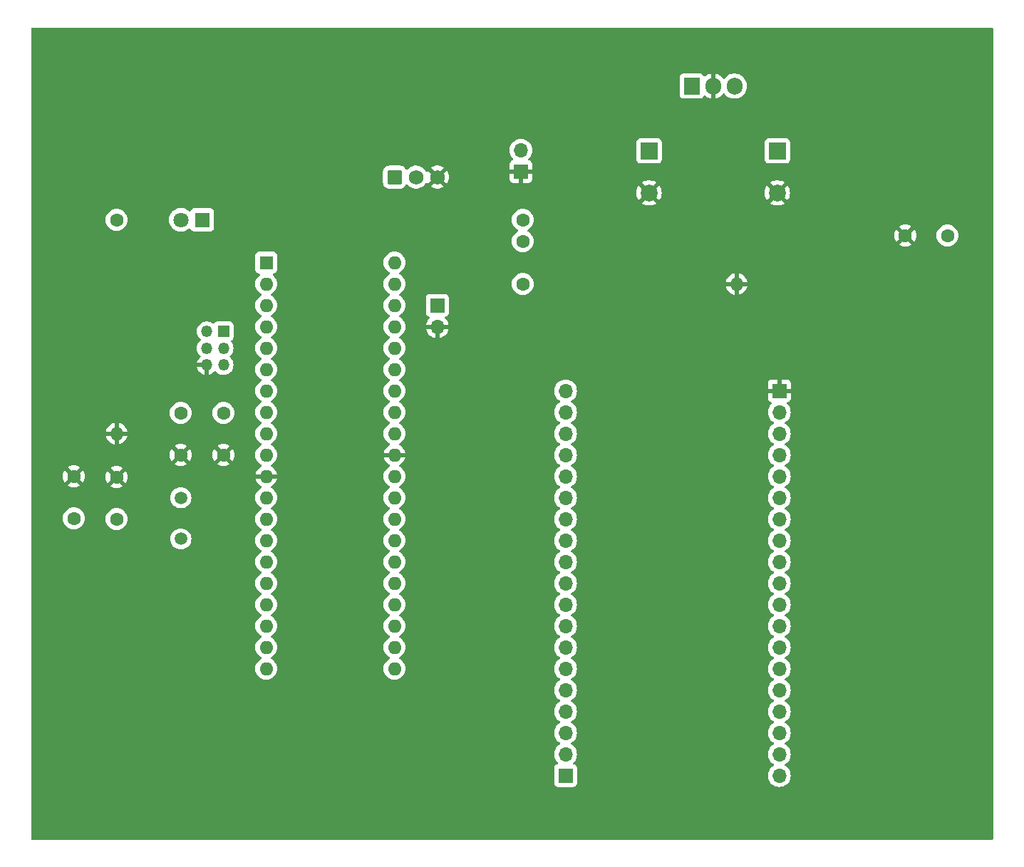
<source format=gbr>
%TF.GenerationSoftware,KiCad,Pcbnew,7.0.1*%
%TF.CreationDate,2023-04-14T12:40:57+03:00*%
%TF.ProjectId,Piirilevy,50696972-696c-4657-9679-2e6b69636164,rev?*%
%TF.SameCoordinates,Original*%
%TF.FileFunction,Copper,L2,Bot*%
%TF.FilePolarity,Positive*%
%FSLAX46Y46*%
G04 Gerber Fmt 4.6, Leading zero omitted, Abs format (unit mm)*
G04 Created by KiCad (PCBNEW 7.0.1) date 2023-04-14 12:40:57*
%MOMM*%
%LPD*%
G01*
G04 APERTURE LIST*
G04 Aperture macros list*
%AMRoundRect*
0 Rectangle with rounded corners*
0 $1 Rounding radius*
0 $2 $3 $4 $5 $6 $7 $8 $9 X,Y pos of 4 corners*
0 Add a 4 corners polygon primitive as box body*
4,1,4,$2,$3,$4,$5,$6,$7,$8,$9,$2,$3,0*
0 Add four circle primitives for the rounded corners*
1,1,$1+$1,$2,$3*
1,1,$1+$1,$4,$5*
1,1,$1+$1,$6,$7*
1,1,$1+$1,$8,$9*
0 Add four rect primitives between the rounded corners*
20,1,$1+$1,$2,$3,$4,$5,0*
20,1,$1+$1,$4,$5,$6,$7,0*
20,1,$1+$1,$6,$7,$8,$9,0*
20,1,$1+$1,$8,$9,$2,$3,0*%
G04 Aperture macros list end*
%TA.AperFunction,ComponentPad*%
%ADD10C,1.600000*%
%TD*%
%TA.AperFunction,ComponentPad*%
%ADD11R,1.800000X1.800000*%
%TD*%
%TA.AperFunction,ComponentPad*%
%ADD12C,1.800000*%
%TD*%
%TA.AperFunction,ComponentPad*%
%ADD13R,1.350000X1.350000*%
%TD*%
%TA.AperFunction,ComponentPad*%
%ADD14O,1.350000X1.350000*%
%TD*%
%TA.AperFunction,ComponentPad*%
%ADD15R,1.700000X1.700000*%
%TD*%
%TA.AperFunction,ComponentPad*%
%ADD16O,1.700000X1.700000*%
%TD*%
%TA.AperFunction,ComponentPad*%
%ADD17O,1.600000X1.600000*%
%TD*%
%TA.AperFunction,ComponentPad*%
%ADD18R,1.905000X2.000000*%
%TD*%
%TA.AperFunction,ComponentPad*%
%ADD19O,1.905000X2.000000*%
%TD*%
%TA.AperFunction,ComponentPad*%
%ADD20R,2.000000X2.000000*%
%TD*%
%TA.AperFunction,ComponentPad*%
%ADD21C,2.000000*%
%TD*%
%TA.AperFunction,ComponentPad*%
%ADD22C,1.500000*%
%TD*%
%TA.AperFunction,ComponentPad*%
%ADD23RoundRect,0.250000X-0.620000X-0.620000X0.620000X-0.620000X0.620000X0.620000X-0.620000X0.620000X0*%
%TD*%
%TA.AperFunction,ComponentPad*%
%ADD24C,1.740000*%
%TD*%
%TA.AperFunction,ComponentPad*%
%ADD25R,1.600000X1.600000*%
%TD*%
G04 APERTURE END LIST*
D10*
%TO.P,C8,1*%
%TO.N,GND*%
X48260000Y-71120000D03*
%TO.P,C8,2*%
%TO.N,Net-(U1-XTAL2)*%
X48260000Y-76120000D03*
%TD*%
D11*
%TO.P,D1,1,K*%
%TO.N,Net-(D1-K)*%
X63500000Y-40640000D03*
D12*
%TO.P,D1,2,A*%
%TO.N,Net-(D1-A)*%
X60960000Y-40640000D03*
%TD*%
D13*
%TO.P,J4,1,Pin_1*%
%TO.N,Net-(J4-Pin_3)*%
X66040000Y-53880000D03*
D14*
%TO.P,J4,2,Pin_2*%
%TO.N,+5V*%
X64040000Y-53880000D03*
%TO.P,J4,3,Pin_3*%
%TO.N,Net-(J4-Pin_1)*%
X66040000Y-55880000D03*
%TO.P,J4,4,Pin_4*%
%TO.N,unconnected-(U1-PB7-Pad8)*%
X64040000Y-55880000D03*
%TO.P,J4,5,Pin_5*%
%TO.N,Net-(J4-Pin_5)*%
X66040000Y-57880000D03*
%TO.P,J4,6,Pin_6*%
%TO.N,GND*%
X64040000Y-57880000D03*
%TD*%
D15*
%TO.P,J2,1,Pin_1*%
%TO.N,Net-(J2-Pin_1)*%
X91440000Y-50800000D03*
D16*
%TO.P,J2,2,Pin_2*%
%TO.N,GND*%
X91440000Y-53340000D03*
%TD*%
D10*
%TO.P,R1,1*%
%TO.N,Net-(U1-PA1)*%
X101600000Y-48260000D03*
D17*
%TO.P,R1,2*%
%TO.N,GND*%
X127000000Y-48260000D03*
%TD*%
D15*
%TO.P,J5,1,Pin_1*%
%TO.N,unconnected-(J5-Pin_1-Pad1)*%
X106680000Y-106680000D03*
D16*
%TO.P,J5,2,Pin_2*%
%TO.N,unconnected-(J5-Pin_2-Pad2)*%
X106680000Y-104140000D03*
%TO.P,J5,3,Pin_3*%
%TO.N,unconnected-(J5-Pin_3-Pad3)*%
X106680000Y-101600000D03*
%TO.P,J5,4,Pin_4*%
%TO.N,unconnected-(J5-Pin_4-Pad4)*%
X106680000Y-99060000D03*
%TO.P,J5,5,Pin_5*%
%TO.N,unconnected-(J5-Pin_5-Pad5)*%
X106680000Y-96520000D03*
%TO.P,J5,6,Pin_6*%
%TO.N,unconnected-(J5-Pin_6-Pad6)*%
X106680000Y-93980000D03*
%TO.P,J5,7,Pin_7*%
%TO.N,unconnected-(J5-Pin_7-Pad7)*%
X106680000Y-91440000D03*
%TO.P,J5,8,Pin_8*%
%TO.N,unconnected-(J5-Pin_8-Pad8)*%
X106680000Y-88900000D03*
%TO.P,J5,9,Pin_9*%
%TO.N,unconnected-(J5-Pin_9-Pad9)*%
X106680000Y-86360000D03*
%TO.P,J5,10,Pin_10*%
%TO.N,unconnected-(J5-Pin_10-Pad10)*%
X106680000Y-83820000D03*
%TO.P,J5,11,Pin_11*%
%TO.N,unconnected-(J5-Pin_11-Pad11)*%
X106680000Y-81280000D03*
%TO.P,J5,12,Pin_12*%
%TO.N,unconnected-(J5-Pin_12-Pad12)*%
X106680000Y-78740000D03*
%TO.P,J5,13,Pin_13*%
%TO.N,unconnected-(J5-Pin_13-Pad13)*%
X106680000Y-76200000D03*
%TO.P,J5,14,Pin_14*%
%TO.N,unconnected-(J5-Pin_14-Pad14)*%
X106680000Y-73660000D03*
%TO.P,J5,15,Pin_15*%
%TO.N,unconnected-(J5-Pin_15-Pad15)*%
X106680000Y-71120000D03*
%TO.P,J5,16,Pin_16*%
%TO.N,unconnected-(J5-Pin_16-Pad16)*%
X106680000Y-68580000D03*
%TO.P,J5,17,Pin_17*%
%TO.N,unconnected-(J5-Pin_17-Pad17)*%
X106680000Y-66040000D03*
%TO.P,J5,18,Pin_18*%
%TO.N,unconnected-(J5-Pin_18-Pad18)*%
X106680000Y-63500000D03*
%TO.P,J5,19,Pin_19*%
%TO.N,+3.3V*%
X106680000Y-60960000D03*
%TD*%
D10*
%TO.P,R2,1*%
%TO.N,+5V*%
X101600000Y-40640000D03*
%TO.P,R2,2*%
%TO.N,Net-(U1-PA1)*%
X101600000Y-43180000D03*
%TD*%
%TO.P,C13,1*%
%TO.N,GND*%
X147050000Y-42500000D03*
%TO.P,C13,2*%
%TO.N,+3.3V*%
X152050000Y-42500000D03*
%TD*%
%TO.P,C7,1*%
%TO.N,GND*%
X53340000Y-71200000D03*
%TO.P,C7,2*%
%TO.N,Net-(U1-XTAL1)*%
X53340000Y-76200000D03*
%TD*%
D18*
%TO.P,U6,1,IN*%
%TO.N,Net-(J1-Pin_2)*%
X121680000Y-24739600D03*
D19*
%TO.P,U6,2,GND*%
%TO.N,GND*%
X124220000Y-24739600D03*
%TO.P,U6,3,OUT*%
%TO.N,+5V*%
X126760000Y-24739600D03*
%TD*%
D20*
%TO.P,C5,1*%
%TO.N,Net-(J1-Pin_2)*%
X116600000Y-32439600D03*
D21*
%TO.P,C5,2*%
%TO.N,GND*%
X116600000Y-37439600D03*
%TD*%
D22*
%TO.P,16MHz1,1,1*%
%TO.N,Net-(U1-XTAL2)*%
X60960000Y-73660000D03*
%TO.P,16MHz1,2,2*%
%TO.N,Net-(U1-XTAL1)*%
X60960000Y-78560000D03*
%TD*%
D23*
%TO.P,J6,1,Pin_1*%
%TO.N,Net-(J6-Pin_1)*%
X86360000Y-35560000D03*
D24*
%TO.P,J6,2,Pin_2*%
%TO.N,+5V*%
X88900000Y-35560000D03*
%TO.P,J6,3,Pin_3*%
%TO.N,GND*%
X91440000Y-35560000D03*
%TD*%
D20*
%TO.P,C6,1*%
%TO.N,+5V*%
X131840000Y-32439600D03*
D21*
%TO.P,C6,2*%
%TO.N,GND*%
X131840000Y-37439600D03*
%TD*%
D15*
%TO.P,J3,1,Pin_1*%
%TO.N,GND*%
X132080000Y-60960000D03*
D16*
%TO.P,J3,2,Pin_2*%
%TO.N,unconnected-(J3-Pin_2-Pad2)*%
X132080000Y-63500000D03*
%TO.P,J3,3,Pin_3*%
%TO.N,unconnected-(J3-Pin_3-Pad3)*%
X132080000Y-66040000D03*
%TO.P,J3,4,Pin_4*%
%TO.N,unconnected-(J3-Pin_4-Pad4)*%
X132080000Y-68580000D03*
%TO.P,J3,5,Pin_5*%
%TO.N,unconnected-(J3-Pin_5-Pad5)*%
X132080000Y-71120000D03*
%TO.P,J3,6,Pin_6*%
%TO.N,unconnected-(J3-Pin_6-Pad6)*%
X132080000Y-73660000D03*
%TO.P,J3,7,Pin_7*%
%TO.N,unconnected-(J3-Pin_7-Pad7)*%
X132080000Y-76200000D03*
%TO.P,J3,8,Pin_8*%
%TO.N,unconnected-(J3-Pin_8-Pad8)*%
X132080000Y-78740000D03*
%TO.P,J3,9,Pin_9*%
%TO.N,unconnected-(J3-Pin_9-Pad9)*%
X132080000Y-81280000D03*
%TO.P,J3,10,Pin_10*%
%TO.N,unconnected-(J3-Pin_10-Pad10)*%
X132080000Y-83820000D03*
%TO.P,J3,11,Pin_11*%
%TO.N,unconnected-(J3-Pin_11-Pad11)*%
X132080000Y-86360000D03*
%TO.P,J3,12,Pin_12*%
%TO.N,unconnected-(J3-Pin_12-Pad12)*%
X132080000Y-88900000D03*
%TO.P,J3,13,Pin_13*%
%TO.N,unconnected-(J3-Pin_13-Pad13)*%
X132080000Y-91440000D03*
%TO.P,J3,14,Pin_14*%
%TO.N,unconnected-(J3-Pin_14-Pad14)*%
X132080000Y-93980000D03*
%TO.P,J3,15,Pin_15*%
%TO.N,Net-(J3-Pin_15)*%
X132080000Y-96520000D03*
%TO.P,J3,16,Pin_16*%
%TO.N,Net-(J3-Pin_16)*%
X132080000Y-99060000D03*
%TO.P,J3,17,Pin_17*%
%TO.N,unconnected-(J3-Pin_17-Pad17)*%
X132080000Y-101600000D03*
%TO.P,J3,18,Pin_18*%
%TO.N,unconnected-(J3-Pin_18-Pad18)*%
X132080000Y-104140000D03*
%TO.P,J3,19,Pin_19*%
%TO.N,unconnected-(J3-Pin_19-Pad19)*%
X132080000Y-106680000D03*
%TD*%
D15*
%TO.P,J1,1,Pin_1*%
%TO.N,GND*%
X101360000Y-34899600D03*
D16*
%TO.P,J1,2,Pin_2*%
%TO.N,Net-(J1-Pin_2)*%
X101360000Y-32359600D03*
%TD*%
D10*
%TO.P,C1,1*%
%TO.N,GND*%
X60960000Y-68580000D03*
%TO.P,C1,2*%
%TO.N,+5V*%
X60960000Y-63580000D03*
%TD*%
%TO.P,R3,1*%
%TO.N,Net-(D1-A)*%
X53340000Y-40640000D03*
D17*
%TO.P,R3,2*%
%TO.N,GND*%
X53340000Y-66040000D03*
%TD*%
D10*
%TO.P,C3,1*%
%TO.N,GND*%
X66040000Y-68580000D03*
%TO.P,C3,2*%
%TO.N,+5V*%
X66040000Y-63580000D03*
%TD*%
D25*
%TO.P,U1,1,PB0*%
%TO.N,unconnected-(U1-PB0-Pad1)*%
X71120000Y-45720000D03*
D17*
%TO.P,U1,2,PB1*%
%TO.N,unconnected-(U1-PB1-Pad2)*%
X71120000Y-48260000D03*
%TO.P,U1,3,PB2*%
%TO.N,Net-(D1-K)*%
X71120000Y-50800000D03*
%TO.P,U1,4,PB3*%
%TO.N,unconnected-(U1-PB3-Pad4)*%
X71120000Y-53340000D03*
%TO.P,U1,5,PB4*%
%TO.N,Net-(J4-Pin_4)*%
X71120000Y-55880000D03*
%TO.P,U1,6,PB5*%
%TO.N,Net-(J4-Pin_1)*%
X71120000Y-58420000D03*
%TO.P,U1,7,PB6*%
%TO.N,Net-(J4-Pin_3)*%
X71120000Y-60960000D03*
%TO.P,U1,8,PB7*%
%TO.N,unconnected-(U1-PB7-Pad8)*%
X71120000Y-63500000D03*
%TO.P,U1,9,~{RESET}*%
%TO.N,Net-(J4-Pin_5)*%
X71120000Y-66040000D03*
%TO.P,U1,10,VCC*%
%TO.N,+5V*%
X71120000Y-68580000D03*
%TO.P,U1,11,GND*%
%TO.N,GND*%
X71120000Y-71120000D03*
%TO.P,U1,12,XTAL2*%
%TO.N,Net-(U1-XTAL2)*%
X71120000Y-73660000D03*
%TO.P,U1,13,XTAL1*%
%TO.N,Net-(U1-XTAL1)*%
X71120000Y-76200000D03*
%TO.P,U1,14,PD0*%
%TO.N,unconnected-(J3-Pin_11-Pad11)*%
X71120000Y-78740000D03*
%TO.P,U1,15,PD1*%
%TO.N,unconnected-(J3-Pin_12-Pad12)*%
X71120000Y-81280000D03*
%TO.P,U1,16,PD2*%
%TO.N,unconnected-(U1-PD2-Pad16)*%
X71120000Y-83820000D03*
%TO.P,U1,17,PD3*%
%TO.N,unconnected-(U1-PD3-Pad17)*%
X71120000Y-86360000D03*
%TO.P,U1,18,PD4*%
%TO.N,unconnected-(U1-PD4-Pad18)*%
X71120000Y-88900000D03*
%TO.P,U1,19,PD5*%
%TO.N,unconnected-(U1-PD5-Pad19)*%
X71120000Y-91440000D03*
%TO.P,U1,20,PD6*%
%TO.N,unconnected-(U1-PD6-Pad20)*%
X71120000Y-93980000D03*
%TO.P,U1,21,PD7*%
%TO.N,unconnected-(U1-PD7-Pad21)*%
X86360000Y-93980000D03*
%TO.P,U1,22,PC0*%
%TO.N,unconnected-(U1-PC0-Pad22)*%
X86360000Y-91440000D03*
%TO.P,U1,23,PC1*%
%TO.N,unconnected-(U1-PC1-Pad23)*%
X86360000Y-88900000D03*
%TO.P,U1,24,PC2*%
%TO.N,unconnected-(U1-PC2-Pad24)*%
X86360000Y-86360000D03*
%TO.P,U1,25,PC3*%
%TO.N,unconnected-(U1-PC3-Pad25)*%
X86360000Y-83820000D03*
%TO.P,U1,26,PC4*%
%TO.N,unconnected-(U1-PC4-Pad26)*%
X86360000Y-81280000D03*
%TO.P,U1,27,PC5*%
%TO.N,unconnected-(U1-PC5-Pad27)*%
X86360000Y-78740000D03*
%TO.P,U1,28,PC6*%
%TO.N,unconnected-(U1-PC6-Pad28)*%
X86360000Y-76200000D03*
%TO.P,U1,29,PC7*%
%TO.N,unconnected-(U1-PC7-Pad29)*%
X86360000Y-73660000D03*
%TO.P,U1,30,AVCC*%
%TO.N,+5V*%
X86360000Y-71120000D03*
%TO.P,U1,31,AGND*%
%TO.N,GND*%
X86360000Y-68580000D03*
%TO.P,U1,32,AREF*%
%TO.N,unconnected-(U1-AREF-Pad32)*%
X86360000Y-66040000D03*
%TO.P,U1,33,PA7*%
%TO.N,unconnected-(U1-PA7-Pad33)*%
X86360000Y-63500000D03*
%TO.P,U1,34,PA6*%
%TO.N,unconnected-(U1-PA6-Pad34)*%
X86360000Y-60960000D03*
%TO.P,U1,35,PA5*%
%TO.N,unconnected-(U1-PA5-Pad35)*%
X86360000Y-58420000D03*
%TO.P,U1,36,PA4*%
%TO.N,unconnected-(U1-PA4-Pad36)*%
X86360000Y-55880000D03*
%TO.P,U1,37,PA3*%
%TO.N,unconnected-(U1-PA3-Pad37)*%
X86360000Y-53340000D03*
%TO.P,U1,38,PA2*%
%TO.N,Net-(J2-Pin_1)*%
X86360000Y-50800000D03*
%TO.P,U1,39,PA1*%
%TO.N,Net-(U1-PA1)*%
X86360000Y-48260000D03*
%TO.P,U1,40,PA0*%
%TO.N,Net-(J6-Pin_1)*%
X86360000Y-45720000D03*
%TD*%
%TA.AperFunction,Conductor*%
%TO.N,GND*%
G36*
X157418000Y-17796613D02*
G01*
X157463387Y-17842000D01*
X157480000Y-17904000D01*
X157480000Y-114176000D01*
X157463387Y-114238000D01*
X157418000Y-114283387D01*
X157356000Y-114300000D01*
X43304000Y-114300000D01*
X43242000Y-114283387D01*
X43196613Y-114238000D01*
X43180000Y-114176000D01*
X43180000Y-104140000D01*
X105324340Y-104140000D01*
X105344936Y-104375407D01*
X105389709Y-104542501D01*
X105406097Y-104603663D01*
X105505965Y-104817830D01*
X105641505Y-105011401D01*
X105641508Y-105011404D01*
X105763430Y-105133326D01*
X105794726Y-105186072D01*
X105796915Y-105247365D01*
X105769462Y-105302209D01*
X105719083Y-105337189D01*
X105587669Y-105386204D01*
X105472454Y-105472454D01*
X105386204Y-105587668D01*
X105335909Y-105722516D01*
X105329500Y-105782130D01*
X105329500Y-107577869D01*
X105335909Y-107637483D01*
X105386204Y-107772331D01*
X105472454Y-107887546D01*
X105587669Y-107973796D01*
X105722517Y-108024091D01*
X105782127Y-108030500D01*
X107577872Y-108030499D01*
X107637483Y-108024091D01*
X107772331Y-107973796D01*
X107887546Y-107887546D01*
X107973796Y-107772331D01*
X108024091Y-107637483D01*
X108030500Y-107577873D01*
X108030499Y-106679999D01*
X130724340Y-106679999D01*
X130744936Y-106915407D01*
X130789709Y-107082502D01*
X130806097Y-107143663D01*
X130905965Y-107357830D01*
X131041505Y-107551401D01*
X131208599Y-107718495D01*
X131402170Y-107854035D01*
X131616337Y-107953903D01*
X131844592Y-108015063D01*
X132080000Y-108035659D01*
X132315408Y-108015063D01*
X132543663Y-107953903D01*
X132757830Y-107854035D01*
X132951401Y-107718495D01*
X133118495Y-107551401D01*
X133254035Y-107357830D01*
X133353903Y-107143663D01*
X133415063Y-106915408D01*
X133435659Y-106680000D01*
X133415063Y-106444592D01*
X133353903Y-106216337D01*
X133254035Y-106002171D01*
X133118495Y-105808599D01*
X132951401Y-105641505D01*
X132765839Y-105511573D01*
X132726975Y-105467257D01*
X132712964Y-105410000D01*
X132726975Y-105352743D01*
X132765839Y-105308426D01*
X132951401Y-105178495D01*
X133118495Y-105011401D01*
X133254035Y-104817830D01*
X133353903Y-104603663D01*
X133415063Y-104375408D01*
X133435659Y-104140000D01*
X133415063Y-103904592D01*
X133353903Y-103676337D01*
X133254035Y-103462171D01*
X133118495Y-103268599D01*
X132951401Y-103101505D01*
X132765839Y-102971573D01*
X132726974Y-102927255D01*
X132712964Y-102869999D01*
X132726975Y-102812742D01*
X132765837Y-102768428D01*
X132951401Y-102638495D01*
X133118495Y-102471401D01*
X133254035Y-102277830D01*
X133353903Y-102063663D01*
X133415063Y-101835408D01*
X133435659Y-101600000D01*
X133415063Y-101364592D01*
X133353903Y-101136337D01*
X133254035Y-100922171D01*
X133118495Y-100728599D01*
X132951401Y-100561505D01*
X132765839Y-100431573D01*
X132726974Y-100387255D01*
X132712964Y-100329999D01*
X132726975Y-100272742D01*
X132765837Y-100228428D01*
X132951401Y-100098495D01*
X133118495Y-99931401D01*
X133254035Y-99737830D01*
X133353903Y-99523663D01*
X133415063Y-99295408D01*
X133435659Y-99060000D01*
X133415063Y-98824592D01*
X133353903Y-98596337D01*
X133254035Y-98382171D01*
X133118495Y-98188599D01*
X132951401Y-98021505D01*
X132765839Y-97891573D01*
X132726976Y-97847257D01*
X132712965Y-97790000D01*
X132726976Y-97732743D01*
X132765839Y-97688426D01*
X132951401Y-97558495D01*
X133118495Y-97391401D01*
X133254035Y-97197830D01*
X133353903Y-96983663D01*
X133415063Y-96755408D01*
X133435659Y-96520000D01*
X133415063Y-96284592D01*
X133353903Y-96056337D01*
X133254035Y-95842171D01*
X133118495Y-95648599D01*
X132951401Y-95481505D01*
X132765839Y-95351573D01*
X132726975Y-95307257D01*
X132712964Y-95250000D01*
X132726975Y-95192743D01*
X132765839Y-95148426D01*
X132951401Y-95018495D01*
X133118495Y-94851401D01*
X133254035Y-94657830D01*
X133353903Y-94443663D01*
X133415063Y-94215408D01*
X133435659Y-93980000D01*
X133415063Y-93744592D01*
X133353903Y-93516337D01*
X133254035Y-93302171D01*
X133118495Y-93108599D01*
X132951401Y-92941505D01*
X132765839Y-92811573D01*
X132726974Y-92767255D01*
X132712964Y-92709999D01*
X132726975Y-92652742D01*
X132765837Y-92608428D01*
X132951401Y-92478495D01*
X133118495Y-92311401D01*
X133254035Y-92117830D01*
X133353903Y-91903663D01*
X133415063Y-91675408D01*
X133435659Y-91440000D01*
X133415063Y-91204592D01*
X133353903Y-90976337D01*
X133254035Y-90762171D01*
X133118495Y-90568599D01*
X132951401Y-90401505D01*
X132765839Y-90271573D01*
X132726975Y-90227257D01*
X132712964Y-90170000D01*
X132726975Y-90112743D01*
X132765839Y-90068426D01*
X132951401Y-89938495D01*
X133118495Y-89771401D01*
X133254035Y-89577830D01*
X133353903Y-89363663D01*
X133415063Y-89135408D01*
X133435659Y-88900000D01*
X133415063Y-88664592D01*
X133353903Y-88436337D01*
X133254035Y-88222171D01*
X133118495Y-88028599D01*
X132951401Y-87861505D01*
X132765839Y-87731573D01*
X132726975Y-87687257D01*
X132712964Y-87630000D01*
X132726975Y-87572743D01*
X132765839Y-87528426D01*
X132951401Y-87398495D01*
X133118495Y-87231401D01*
X133254035Y-87037830D01*
X133353903Y-86823663D01*
X133415063Y-86595408D01*
X133435659Y-86360000D01*
X133415063Y-86124592D01*
X133353903Y-85896337D01*
X133254035Y-85682171D01*
X133118495Y-85488599D01*
X132951401Y-85321505D01*
X132765839Y-85191573D01*
X132726975Y-85147257D01*
X132712964Y-85090000D01*
X132726975Y-85032743D01*
X132765839Y-84988426D01*
X132951401Y-84858495D01*
X133118495Y-84691401D01*
X133254035Y-84497830D01*
X133353903Y-84283663D01*
X133415063Y-84055408D01*
X133435659Y-83820000D01*
X133415063Y-83584592D01*
X133353903Y-83356337D01*
X133254035Y-83142171D01*
X133118495Y-82948599D01*
X132951401Y-82781505D01*
X132765839Y-82651573D01*
X132726975Y-82607257D01*
X132712964Y-82550000D01*
X132726975Y-82492743D01*
X132765839Y-82448426D01*
X132951401Y-82318495D01*
X133118495Y-82151401D01*
X133254035Y-81957830D01*
X133353903Y-81743663D01*
X133415063Y-81515408D01*
X133435659Y-81280000D01*
X133415063Y-81044592D01*
X133353903Y-80816337D01*
X133254035Y-80602171D01*
X133118495Y-80408599D01*
X132951401Y-80241505D01*
X132765839Y-80111573D01*
X132726976Y-80067257D01*
X132712965Y-80010000D01*
X132726976Y-79952743D01*
X132765839Y-79908426D01*
X132951401Y-79778495D01*
X133118495Y-79611401D01*
X133254035Y-79417830D01*
X133353903Y-79203663D01*
X133415063Y-78975408D01*
X133435659Y-78740000D01*
X133415063Y-78504592D01*
X133353903Y-78276337D01*
X133254035Y-78062171D01*
X133118495Y-77868599D01*
X132951401Y-77701505D01*
X132765839Y-77571573D01*
X132726975Y-77527257D01*
X132712964Y-77470000D01*
X132726975Y-77412743D01*
X132765839Y-77368426D01*
X132951401Y-77238495D01*
X133118495Y-77071401D01*
X133254035Y-76877830D01*
X133353903Y-76663663D01*
X133415063Y-76435408D01*
X133435659Y-76200000D01*
X133415063Y-75964592D01*
X133353903Y-75736337D01*
X133254035Y-75522171D01*
X133118495Y-75328599D01*
X132951401Y-75161505D01*
X132765839Y-75031573D01*
X132726975Y-74987257D01*
X132712964Y-74930000D01*
X132726975Y-74872743D01*
X132765839Y-74828426D01*
X132951401Y-74698495D01*
X133118495Y-74531401D01*
X133254035Y-74337830D01*
X133353903Y-74123663D01*
X133415063Y-73895408D01*
X133435659Y-73660000D01*
X133415063Y-73424592D01*
X133353903Y-73196337D01*
X133254035Y-72982171D01*
X133118495Y-72788599D01*
X132951401Y-72621505D01*
X132765839Y-72491573D01*
X132726975Y-72447257D01*
X132712964Y-72390000D01*
X132726975Y-72332743D01*
X132765839Y-72288426D01*
X132951401Y-72158495D01*
X133118495Y-71991401D01*
X133254035Y-71797830D01*
X133353903Y-71583663D01*
X133415063Y-71355408D01*
X133435659Y-71120000D01*
X133415063Y-70884592D01*
X133353903Y-70656337D01*
X133254035Y-70442171D01*
X133118495Y-70248599D01*
X132951401Y-70081505D01*
X132765839Y-69951573D01*
X132726975Y-69907257D01*
X132712964Y-69850000D01*
X132726975Y-69792743D01*
X132765839Y-69748426D01*
X132951401Y-69618495D01*
X133118495Y-69451401D01*
X133254035Y-69257830D01*
X133353903Y-69043663D01*
X133415063Y-68815408D01*
X133435659Y-68580000D01*
X133415063Y-68344592D01*
X133353903Y-68116337D01*
X133254035Y-67902171D01*
X133118495Y-67708599D01*
X132951401Y-67541505D01*
X132765839Y-67411573D01*
X132726975Y-67367257D01*
X132712964Y-67310000D01*
X132726975Y-67252743D01*
X132765839Y-67208426D01*
X132951401Y-67078495D01*
X133118495Y-66911401D01*
X133254035Y-66717830D01*
X133353903Y-66503663D01*
X133415063Y-66275408D01*
X133435659Y-66040000D01*
X133415063Y-65804592D01*
X133353903Y-65576337D01*
X133254035Y-65362171D01*
X133118495Y-65168599D01*
X132951401Y-65001505D01*
X132765839Y-64871573D01*
X132726976Y-64827257D01*
X132712965Y-64770000D01*
X132726976Y-64712743D01*
X132765839Y-64668426D01*
X132951401Y-64538495D01*
X133118495Y-64371401D01*
X133254035Y-64177830D01*
X133353903Y-63963663D01*
X133415063Y-63735408D01*
X133435659Y-63500000D01*
X133415063Y-63264592D01*
X133353903Y-63036337D01*
X133254035Y-62822171D01*
X133118495Y-62628599D01*
X132996181Y-62506285D01*
X132964885Y-62453539D01*
X132962696Y-62392246D01*
X132990149Y-62337401D01*
X133040528Y-62302422D01*
X133172089Y-62253352D01*
X133287188Y-62167188D01*
X133373352Y-62052089D01*
X133423597Y-61917375D01*
X133430000Y-61857824D01*
X133430000Y-61210000D01*
X130730000Y-61210000D01*
X130730000Y-61857824D01*
X130736402Y-61917375D01*
X130786647Y-62052089D01*
X130872811Y-62167188D01*
X130987911Y-62253352D01*
X131119471Y-62302422D01*
X131169850Y-62337401D01*
X131197303Y-62392246D01*
X131195114Y-62453539D01*
X131163819Y-62506285D01*
X131041503Y-62628601D01*
X130905965Y-62822170D01*
X130806097Y-63036336D01*
X130744936Y-63264592D01*
X130724340Y-63500000D01*
X130744936Y-63735407D01*
X130764036Y-63806689D01*
X130806097Y-63963663D01*
X130905965Y-64177830D01*
X131041505Y-64371401D01*
X131208599Y-64538495D01*
X131394160Y-64668426D01*
X131433024Y-64712743D01*
X131447035Y-64770000D01*
X131433024Y-64827257D01*
X131394159Y-64871575D01*
X131208595Y-65001508D01*
X131041505Y-65168598D01*
X130905965Y-65362170D01*
X130806097Y-65576336D01*
X130744936Y-65804592D01*
X130724340Y-66039999D01*
X130744936Y-66275407D01*
X130789709Y-66442502D01*
X130806097Y-66503663D01*
X130905965Y-66717830D01*
X131041505Y-66911401D01*
X131208599Y-67078495D01*
X131394160Y-67208426D01*
X131433024Y-67252743D01*
X131447035Y-67310000D01*
X131433024Y-67367257D01*
X131394158Y-67411575D01*
X131266487Y-67500972D01*
X131208595Y-67541508D01*
X131041505Y-67708598D01*
X130905965Y-67902170D01*
X130806097Y-68116336D01*
X130744936Y-68344592D01*
X130724340Y-68579999D01*
X130744936Y-68815407D01*
X130776593Y-68933553D01*
X130806097Y-69043663D01*
X130905965Y-69257830D01*
X131041505Y-69451401D01*
X131208599Y-69618495D01*
X131394160Y-69748426D01*
X131433024Y-69792743D01*
X131447035Y-69850000D01*
X131433024Y-69907257D01*
X131394158Y-69951575D01*
X131225222Y-70069866D01*
X131208595Y-70081508D01*
X131041505Y-70248598D01*
X130905965Y-70442170D01*
X130806097Y-70656336D01*
X130744936Y-70884592D01*
X130724340Y-71120000D01*
X130744936Y-71355407D01*
X130764013Y-71426602D01*
X130806097Y-71583663D01*
X130905965Y-71797830D01*
X131041505Y-71991401D01*
X131208599Y-72158495D01*
X131394160Y-72288426D01*
X131433024Y-72332743D01*
X131447035Y-72390000D01*
X131433024Y-72447257D01*
X131394159Y-72491575D01*
X131208595Y-72621508D01*
X131041505Y-72788598D01*
X130905965Y-72982170D01*
X130806097Y-73196336D01*
X130744936Y-73424592D01*
X130724340Y-73660000D01*
X130744936Y-73895407D01*
X130789709Y-74062501D01*
X130806097Y-74123663D01*
X130905965Y-74337830D01*
X131041505Y-74531401D01*
X131208599Y-74698495D01*
X131394160Y-74828426D01*
X131433024Y-74872743D01*
X131447035Y-74930000D01*
X131433024Y-74987257D01*
X131394159Y-75031575D01*
X131208595Y-75161508D01*
X131041505Y-75328598D01*
X130905965Y-75522170D01*
X130806097Y-75736336D01*
X130744936Y-75964592D01*
X130724340Y-76199999D01*
X130744936Y-76435407D01*
X130780061Y-76566496D01*
X130806097Y-76663663D01*
X130905965Y-76877830D01*
X131041505Y-77071401D01*
X131208599Y-77238495D01*
X131394160Y-77368426D01*
X131433024Y-77412743D01*
X131447035Y-77470000D01*
X131433024Y-77527257D01*
X131394159Y-77571575D01*
X131208595Y-77701508D01*
X131041505Y-77868598D01*
X130905965Y-78062170D01*
X130806097Y-78276336D01*
X130744936Y-78504592D01*
X130724340Y-78739999D01*
X130744936Y-78975407D01*
X130789709Y-79142501D01*
X130806097Y-79203663D01*
X130905965Y-79417830D01*
X131041505Y-79611401D01*
X131208599Y-79778495D01*
X131394160Y-79908426D01*
X131433024Y-79952743D01*
X131447035Y-80010000D01*
X131433024Y-80067257D01*
X131394159Y-80111575D01*
X131208595Y-80241508D01*
X131041505Y-80408598D01*
X130905965Y-80602170D01*
X130806097Y-80816336D01*
X130744936Y-81044592D01*
X130724340Y-81280000D01*
X130744936Y-81515407D01*
X130789709Y-81682502D01*
X130806097Y-81743663D01*
X130905965Y-81957830D01*
X131041505Y-82151401D01*
X131208599Y-82318495D01*
X131394160Y-82448426D01*
X131433024Y-82492743D01*
X131447035Y-82550000D01*
X131433024Y-82607257D01*
X131394159Y-82651575D01*
X131208595Y-82781508D01*
X131041505Y-82948598D01*
X130905965Y-83142170D01*
X130806097Y-83356336D01*
X130744936Y-83584592D01*
X130724340Y-83820000D01*
X130744936Y-84055407D01*
X130789709Y-84222501D01*
X130806097Y-84283663D01*
X130905965Y-84497830D01*
X131041505Y-84691401D01*
X131208599Y-84858495D01*
X131394160Y-84988426D01*
X131433024Y-85032743D01*
X131447035Y-85090000D01*
X131433024Y-85147257D01*
X131394159Y-85191575D01*
X131208595Y-85321508D01*
X131041505Y-85488598D01*
X130905965Y-85682170D01*
X130806097Y-85896336D01*
X130744936Y-86124592D01*
X130724340Y-86360000D01*
X130744936Y-86595407D01*
X130789709Y-86762502D01*
X130806097Y-86823663D01*
X130905965Y-87037830D01*
X131041505Y-87231401D01*
X131208599Y-87398495D01*
X131394160Y-87528426D01*
X131433024Y-87572743D01*
X131447035Y-87630000D01*
X131433024Y-87687257D01*
X131394159Y-87731575D01*
X131208595Y-87861508D01*
X131041505Y-88028598D01*
X130905965Y-88222170D01*
X130806097Y-88436336D01*
X130744936Y-88664592D01*
X130724340Y-88899999D01*
X130744936Y-89135407D01*
X130789709Y-89302501D01*
X130806097Y-89363663D01*
X130905965Y-89577830D01*
X131041505Y-89771401D01*
X131208599Y-89938495D01*
X131394160Y-90068426D01*
X131433024Y-90112743D01*
X131447035Y-90170000D01*
X131433024Y-90227257D01*
X131394159Y-90271575D01*
X131208595Y-90401508D01*
X131041505Y-90568598D01*
X130905965Y-90762170D01*
X130806097Y-90976336D01*
X130744936Y-91204592D01*
X130724340Y-91440000D01*
X130744936Y-91675407D01*
X130789709Y-91842502D01*
X130806097Y-91903663D01*
X130905965Y-92117830D01*
X131041505Y-92311401D01*
X131208599Y-92478495D01*
X131394160Y-92608426D01*
X131433024Y-92652743D01*
X131447035Y-92710000D01*
X131433024Y-92767257D01*
X131394159Y-92811575D01*
X131208595Y-92941508D01*
X131041505Y-93108598D01*
X130905965Y-93302170D01*
X130806097Y-93516336D01*
X130744936Y-93744592D01*
X130724340Y-93979999D01*
X130744936Y-94215407D01*
X130789709Y-94382501D01*
X130806097Y-94443663D01*
X130905965Y-94657830D01*
X131041505Y-94851401D01*
X131208599Y-95018495D01*
X131394160Y-95148426D01*
X131433024Y-95192743D01*
X131447035Y-95250000D01*
X131433024Y-95307257D01*
X131394159Y-95351575D01*
X131208595Y-95481508D01*
X131041505Y-95648598D01*
X130905965Y-95842170D01*
X130806097Y-96056336D01*
X130744936Y-96284592D01*
X130724340Y-96519999D01*
X130744936Y-96755407D01*
X130789709Y-96922501D01*
X130806097Y-96983663D01*
X130905965Y-97197830D01*
X131041505Y-97391401D01*
X131208599Y-97558495D01*
X131394160Y-97688426D01*
X131433024Y-97732743D01*
X131447035Y-97790000D01*
X131433024Y-97847257D01*
X131394159Y-97891575D01*
X131208595Y-98021508D01*
X131041505Y-98188598D01*
X130905965Y-98382170D01*
X130806097Y-98596336D01*
X130744936Y-98824592D01*
X130724340Y-99060000D01*
X130744936Y-99295407D01*
X130789709Y-99462502D01*
X130806097Y-99523663D01*
X130905965Y-99737830D01*
X131041505Y-99931401D01*
X131208599Y-100098495D01*
X131394160Y-100228426D01*
X131433024Y-100272743D01*
X131447035Y-100330000D01*
X131433024Y-100387257D01*
X131394159Y-100431575D01*
X131208595Y-100561508D01*
X131041505Y-100728598D01*
X130905965Y-100922170D01*
X130806097Y-101136336D01*
X130744936Y-101364592D01*
X130724340Y-101600000D01*
X130744936Y-101835407D01*
X130789709Y-102002501D01*
X130806097Y-102063663D01*
X130905965Y-102277830D01*
X131041505Y-102471401D01*
X131208599Y-102638495D01*
X131394160Y-102768426D01*
X131433024Y-102812743D01*
X131447035Y-102870000D01*
X131433024Y-102927257D01*
X131394159Y-102971575D01*
X131208595Y-103101508D01*
X131041505Y-103268598D01*
X130905965Y-103462170D01*
X130806097Y-103676336D01*
X130744936Y-103904592D01*
X130724340Y-104140000D01*
X130744936Y-104375407D01*
X130789709Y-104542501D01*
X130806097Y-104603663D01*
X130905965Y-104817830D01*
X131041505Y-105011401D01*
X131208599Y-105178495D01*
X131394160Y-105308426D01*
X131433024Y-105352743D01*
X131447035Y-105410000D01*
X131433024Y-105467257D01*
X131394159Y-105511575D01*
X131208595Y-105641508D01*
X131041505Y-105808598D01*
X130905965Y-106002170D01*
X130806097Y-106216336D01*
X130744936Y-106444592D01*
X130724340Y-106679999D01*
X108030499Y-106679999D01*
X108030499Y-105782128D01*
X108024091Y-105722517D01*
X107973796Y-105587669D01*
X107887546Y-105472454D01*
X107772331Y-105386204D01*
X107710898Y-105363291D01*
X107640916Y-105337189D01*
X107590537Y-105302209D01*
X107563084Y-105247365D01*
X107565273Y-105186072D01*
X107596566Y-105133329D01*
X107718495Y-105011401D01*
X107854035Y-104817830D01*
X107953903Y-104603663D01*
X108015063Y-104375408D01*
X108035659Y-104140000D01*
X108015063Y-103904592D01*
X107953903Y-103676337D01*
X107854035Y-103462171D01*
X107718495Y-103268599D01*
X107551401Y-103101505D01*
X107365839Y-102971573D01*
X107326974Y-102927255D01*
X107312964Y-102869999D01*
X107326975Y-102812742D01*
X107365837Y-102768428D01*
X107551401Y-102638495D01*
X107718495Y-102471401D01*
X107854035Y-102277830D01*
X107953903Y-102063663D01*
X108015063Y-101835408D01*
X108035659Y-101600000D01*
X108015063Y-101364592D01*
X107953903Y-101136337D01*
X107854035Y-100922171D01*
X107718495Y-100728599D01*
X107551401Y-100561505D01*
X107365839Y-100431573D01*
X107326975Y-100387257D01*
X107312964Y-100330000D01*
X107326975Y-100272743D01*
X107365839Y-100228426D01*
X107551401Y-100098495D01*
X107718495Y-99931401D01*
X107854035Y-99737830D01*
X107953903Y-99523663D01*
X108015063Y-99295408D01*
X108035659Y-99060000D01*
X108015063Y-98824592D01*
X107953903Y-98596337D01*
X107854035Y-98382171D01*
X107718495Y-98188599D01*
X107551401Y-98021505D01*
X107365839Y-97891573D01*
X107326976Y-97847257D01*
X107312965Y-97790000D01*
X107326976Y-97732743D01*
X107365839Y-97688426D01*
X107551401Y-97558495D01*
X107718495Y-97391401D01*
X107854035Y-97197830D01*
X107953903Y-96983663D01*
X108015063Y-96755408D01*
X108035659Y-96520000D01*
X108015063Y-96284592D01*
X107953903Y-96056337D01*
X107854035Y-95842171D01*
X107718495Y-95648599D01*
X107551401Y-95481505D01*
X107365839Y-95351573D01*
X107326975Y-95307257D01*
X107312964Y-95250000D01*
X107326975Y-95192743D01*
X107365839Y-95148426D01*
X107551401Y-95018495D01*
X107718495Y-94851401D01*
X107854035Y-94657830D01*
X107953903Y-94443663D01*
X108015063Y-94215408D01*
X108035659Y-93980000D01*
X108015063Y-93744592D01*
X107953903Y-93516337D01*
X107854035Y-93302171D01*
X107718495Y-93108599D01*
X107551401Y-92941505D01*
X107365839Y-92811573D01*
X107326974Y-92767255D01*
X107312964Y-92709999D01*
X107326975Y-92652742D01*
X107365837Y-92608428D01*
X107551401Y-92478495D01*
X107718495Y-92311401D01*
X107854035Y-92117830D01*
X107953903Y-91903663D01*
X108015063Y-91675408D01*
X108035659Y-91440000D01*
X108015063Y-91204592D01*
X107953903Y-90976337D01*
X107854035Y-90762171D01*
X107718495Y-90568599D01*
X107551401Y-90401505D01*
X107365839Y-90271573D01*
X107326975Y-90227257D01*
X107312964Y-90170000D01*
X107326975Y-90112743D01*
X107365839Y-90068426D01*
X107551401Y-89938495D01*
X107718495Y-89771401D01*
X107854035Y-89577830D01*
X107953903Y-89363663D01*
X108015063Y-89135408D01*
X108035659Y-88900000D01*
X108015063Y-88664592D01*
X107953903Y-88436337D01*
X107854035Y-88222171D01*
X107718495Y-88028599D01*
X107551401Y-87861505D01*
X107365839Y-87731573D01*
X107326975Y-87687257D01*
X107312964Y-87630000D01*
X107326975Y-87572743D01*
X107365839Y-87528426D01*
X107551401Y-87398495D01*
X107718495Y-87231401D01*
X107854035Y-87037830D01*
X107953903Y-86823663D01*
X108015063Y-86595408D01*
X108035659Y-86360000D01*
X108015063Y-86124592D01*
X107953903Y-85896337D01*
X107854035Y-85682171D01*
X107718495Y-85488599D01*
X107551401Y-85321505D01*
X107365839Y-85191573D01*
X107326975Y-85147257D01*
X107312964Y-85090000D01*
X107326975Y-85032743D01*
X107365839Y-84988426D01*
X107551401Y-84858495D01*
X107718495Y-84691401D01*
X107854035Y-84497830D01*
X107953903Y-84283663D01*
X108015063Y-84055408D01*
X108035659Y-83820000D01*
X108015063Y-83584592D01*
X107953903Y-83356337D01*
X107854035Y-83142171D01*
X107718495Y-82948599D01*
X107551401Y-82781505D01*
X107365839Y-82651573D01*
X107326975Y-82607257D01*
X107312964Y-82550000D01*
X107326975Y-82492743D01*
X107365839Y-82448426D01*
X107551401Y-82318495D01*
X107718495Y-82151401D01*
X107854035Y-81957830D01*
X107953903Y-81743663D01*
X108015063Y-81515408D01*
X108035659Y-81280000D01*
X108015063Y-81044592D01*
X107953903Y-80816337D01*
X107854035Y-80602171D01*
X107718495Y-80408599D01*
X107551401Y-80241505D01*
X107365839Y-80111573D01*
X107326976Y-80067257D01*
X107312965Y-80010000D01*
X107326976Y-79952743D01*
X107365839Y-79908426D01*
X107551401Y-79778495D01*
X107718495Y-79611401D01*
X107854035Y-79417830D01*
X107953903Y-79203663D01*
X108015063Y-78975408D01*
X108035659Y-78740000D01*
X108015063Y-78504592D01*
X107953903Y-78276337D01*
X107854035Y-78062171D01*
X107718495Y-77868599D01*
X107551401Y-77701505D01*
X107365839Y-77571573D01*
X107326975Y-77527257D01*
X107312964Y-77470000D01*
X107326975Y-77412743D01*
X107365839Y-77368426D01*
X107551401Y-77238495D01*
X107718495Y-77071401D01*
X107854035Y-76877830D01*
X107953903Y-76663663D01*
X108015063Y-76435408D01*
X108035659Y-76200000D01*
X108015063Y-75964592D01*
X107953903Y-75736337D01*
X107854035Y-75522171D01*
X107718495Y-75328599D01*
X107551401Y-75161505D01*
X107365839Y-75031573D01*
X107326975Y-74987257D01*
X107312964Y-74930000D01*
X107326975Y-74872743D01*
X107365839Y-74828426D01*
X107551401Y-74698495D01*
X107718495Y-74531401D01*
X107854035Y-74337830D01*
X107953903Y-74123663D01*
X108015063Y-73895408D01*
X108035659Y-73660000D01*
X108015063Y-73424592D01*
X107953903Y-73196337D01*
X107854035Y-72982171D01*
X107718495Y-72788599D01*
X107551401Y-72621505D01*
X107365839Y-72491573D01*
X107326976Y-72447257D01*
X107312965Y-72390000D01*
X107326976Y-72332743D01*
X107365839Y-72288426D01*
X107551401Y-72158495D01*
X107718495Y-71991401D01*
X107854035Y-71797830D01*
X107953903Y-71583663D01*
X108015063Y-71355408D01*
X108035659Y-71120000D01*
X108015063Y-70884592D01*
X107953903Y-70656337D01*
X107854035Y-70442171D01*
X107718495Y-70248599D01*
X107551401Y-70081505D01*
X107365839Y-69951573D01*
X107326975Y-69907257D01*
X107312964Y-69850000D01*
X107326975Y-69792743D01*
X107365839Y-69748426D01*
X107551401Y-69618495D01*
X107718495Y-69451401D01*
X107854035Y-69257830D01*
X107953903Y-69043663D01*
X108015063Y-68815408D01*
X108035659Y-68580000D01*
X108015063Y-68344592D01*
X107953903Y-68116337D01*
X107854035Y-67902171D01*
X107718495Y-67708599D01*
X107551401Y-67541505D01*
X107365839Y-67411573D01*
X107326975Y-67367257D01*
X107312964Y-67310000D01*
X107326975Y-67252743D01*
X107365839Y-67208426D01*
X107551401Y-67078495D01*
X107718495Y-66911401D01*
X107854035Y-66717830D01*
X107953903Y-66503663D01*
X108015063Y-66275408D01*
X108035659Y-66040000D01*
X108015063Y-65804592D01*
X107953903Y-65576337D01*
X107854035Y-65362171D01*
X107718495Y-65168599D01*
X107551401Y-65001505D01*
X107365839Y-64871573D01*
X107326976Y-64827257D01*
X107312965Y-64770000D01*
X107326976Y-64712743D01*
X107365839Y-64668426D01*
X107551401Y-64538495D01*
X107718495Y-64371401D01*
X107854035Y-64177830D01*
X107953903Y-63963663D01*
X108015063Y-63735408D01*
X108035659Y-63500000D01*
X108015063Y-63264592D01*
X107953903Y-63036337D01*
X107854035Y-62822171D01*
X107718495Y-62628599D01*
X107551401Y-62461505D01*
X107365839Y-62331573D01*
X107326974Y-62287255D01*
X107312964Y-62229999D01*
X107326975Y-62172742D01*
X107365837Y-62128428D01*
X107551401Y-61998495D01*
X107718495Y-61831401D01*
X107854035Y-61637830D01*
X107953903Y-61423663D01*
X108015063Y-61195408D01*
X108035659Y-60960000D01*
X108015063Y-60724592D01*
X108011153Y-60710000D01*
X130730000Y-60710000D01*
X131830000Y-60710000D01*
X131830000Y-59610000D01*
X132330000Y-59610000D01*
X132330000Y-60710000D01*
X133430000Y-60710000D01*
X133430000Y-60062176D01*
X133423597Y-60002624D01*
X133373352Y-59867910D01*
X133287188Y-59752811D01*
X133172089Y-59666647D01*
X133037375Y-59616402D01*
X132977824Y-59610000D01*
X132330000Y-59610000D01*
X131830000Y-59610000D01*
X131182176Y-59610000D01*
X131122624Y-59616402D01*
X130987910Y-59666647D01*
X130872811Y-59752811D01*
X130786647Y-59867910D01*
X130736402Y-60002624D01*
X130730000Y-60062176D01*
X130730000Y-60710000D01*
X108011153Y-60710000D01*
X107953903Y-60496337D01*
X107854035Y-60282171D01*
X107718495Y-60088599D01*
X107551401Y-59921505D01*
X107357830Y-59785965D01*
X107143663Y-59686097D01*
X107071074Y-59666647D01*
X106915407Y-59624936D01*
X106680000Y-59604340D01*
X106444592Y-59624936D01*
X106216336Y-59686097D01*
X106002170Y-59785965D01*
X105808598Y-59921505D01*
X105641505Y-60088598D01*
X105505965Y-60282170D01*
X105406097Y-60496336D01*
X105344936Y-60724592D01*
X105324340Y-60960000D01*
X105344936Y-61195407D01*
X105389709Y-61362502D01*
X105406097Y-61423663D01*
X105505965Y-61637830D01*
X105641505Y-61831401D01*
X105808599Y-61998495D01*
X105994160Y-62128426D01*
X106033024Y-62172743D01*
X106047035Y-62230000D01*
X106033024Y-62287257D01*
X105994159Y-62331575D01*
X105808595Y-62461508D01*
X105641505Y-62628598D01*
X105505965Y-62822170D01*
X105406097Y-63036336D01*
X105344936Y-63264592D01*
X105324340Y-63500000D01*
X105344936Y-63735407D01*
X105364036Y-63806689D01*
X105406097Y-63963663D01*
X105505965Y-64177830D01*
X105641505Y-64371401D01*
X105808599Y-64538495D01*
X105994160Y-64668426D01*
X106033024Y-64712743D01*
X106047035Y-64770000D01*
X106033024Y-64827257D01*
X105994159Y-64871575D01*
X105808595Y-65001508D01*
X105641505Y-65168598D01*
X105505965Y-65362170D01*
X105406097Y-65576336D01*
X105344936Y-65804592D01*
X105324340Y-66039999D01*
X105344936Y-66275407D01*
X105389709Y-66442502D01*
X105406097Y-66503663D01*
X105505965Y-66717830D01*
X105641505Y-66911401D01*
X105808599Y-67078495D01*
X105994160Y-67208426D01*
X106033024Y-67252743D01*
X106047035Y-67310000D01*
X106033024Y-67367257D01*
X105994158Y-67411575D01*
X105866487Y-67500972D01*
X105808595Y-67541508D01*
X105641505Y-67708598D01*
X105505965Y-67902170D01*
X105406097Y-68116336D01*
X105344936Y-68344592D01*
X105324340Y-68579999D01*
X105344936Y-68815407D01*
X105376593Y-68933553D01*
X105406097Y-69043663D01*
X105505965Y-69257830D01*
X105641505Y-69451401D01*
X105808599Y-69618495D01*
X105994160Y-69748426D01*
X106033024Y-69792743D01*
X106047035Y-69850000D01*
X106033024Y-69907257D01*
X105994158Y-69951575D01*
X105825222Y-70069866D01*
X105808595Y-70081508D01*
X105641505Y-70248598D01*
X105505965Y-70442170D01*
X105406097Y-70656336D01*
X105344936Y-70884592D01*
X105324340Y-71119999D01*
X105344936Y-71355407D01*
X105364013Y-71426602D01*
X105406097Y-71583663D01*
X105505965Y-71797830D01*
X105641505Y-71991401D01*
X105808599Y-72158495D01*
X105994160Y-72288426D01*
X106033024Y-72332743D01*
X106047035Y-72390000D01*
X106033024Y-72447257D01*
X105994159Y-72491575D01*
X105808595Y-72621508D01*
X105641505Y-72788598D01*
X105505965Y-72982170D01*
X105406097Y-73196336D01*
X105344936Y-73424592D01*
X105324340Y-73660000D01*
X105344936Y-73895407D01*
X105389709Y-74062501D01*
X105406097Y-74123663D01*
X105505965Y-74337830D01*
X105641505Y-74531401D01*
X105808599Y-74698495D01*
X105994160Y-74828426D01*
X106033024Y-74872743D01*
X106047035Y-74930000D01*
X106033024Y-74987257D01*
X105994159Y-75031575D01*
X105808595Y-75161508D01*
X105641505Y-75328598D01*
X105505965Y-75522170D01*
X105406097Y-75736336D01*
X105344936Y-75964592D01*
X105324340Y-76199999D01*
X105344936Y-76435407D01*
X105380061Y-76566496D01*
X105406097Y-76663663D01*
X105505965Y-76877830D01*
X105641505Y-77071401D01*
X105808599Y-77238495D01*
X105994160Y-77368426D01*
X106033024Y-77412743D01*
X106047035Y-77470000D01*
X106033024Y-77527257D01*
X105994159Y-77571575D01*
X105808595Y-77701508D01*
X105641505Y-77868598D01*
X105505965Y-78062170D01*
X105406097Y-78276336D01*
X105344936Y-78504592D01*
X105324340Y-78740000D01*
X105344936Y-78975407D01*
X105389709Y-79142501D01*
X105406097Y-79203663D01*
X105505965Y-79417830D01*
X105641505Y-79611401D01*
X105808599Y-79778495D01*
X105994160Y-79908426D01*
X106033024Y-79952743D01*
X106047035Y-80010000D01*
X106033024Y-80067257D01*
X105994159Y-80111575D01*
X105808595Y-80241508D01*
X105641505Y-80408598D01*
X105505965Y-80602170D01*
X105406097Y-80816336D01*
X105344936Y-81044592D01*
X105324340Y-81279999D01*
X105344936Y-81515407D01*
X105389709Y-81682502D01*
X105406097Y-81743663D01*
X105505965Y-81957830D01*
X105641505Y-82151401D01*
X105808599Y-82318495D01*
X105994160Y-82448426D01*
X106033024Y-82492743D01*
X106047035Y-82550000D01*
X106033024Y-82607257D01*
X105994159Y-82651575D01*
X105808595Y-82781508D01*
X105641505Y-82948598D01*
X105505965Y-83142170D01*
X105406097Y-83356336D01*
X105344936Y-83584592D01*
X105324340Y-83820000D01*
X105344936Y-84055407D01*
X105389709Y-84222501D01*
X105406097Y-84283663D01*
X105505965Y-84497830D01*
X105641505Y-84691401D01*
X105808599Y-84858495D01*
X105994160Y-84988426D01*
X106033024Y-85032743D01*
X106047035Y-85090000D01*
X106033024Y-85147257D01*
X105994159Y-85191575D01*
X105808595Y-85321508D01*
X105641505Y-85488598D01*
X105505965Y-85682170D01*
X105406097Y-85896336D01*
X105344936Y-86124592D01*
X105324340Y-86360000D01*
X105344936Y-86595407D01*
X105389709Y-86762502D01*
X105406097Y-86823663D01*
X105505965Y-87037830D01*
X105641505Y-87231401D01*
X105808599Y-87398495D01*
X105994160Y-87528426D01*
X106033024Y-87572743D01*
X106047035Y-87630000D01*
X106033024Y-87687257D01*
X105994159Y-87731575D01*
X105808595Y-87861508D01*
X105641505Y-88028598D01*
X105505965Y-88222170D01*
X105406097Y-88436336D01*
X105344936Y-88664592D01*
X105324340Y-88899999D01*
X105344936Y-89135407D01*
X105389709Y-89302501D01*
X105406097Y-89363663D01*
X105505965Y-89577830D01*
X105641505Y-89771401D01*
X105808599Y-89938495D01*
X105994160Y-90068426D01*
X106033024Y-90112743D01*
X106047035Y-90170000D01*
X106033024Y-90227257D01*
X105994159Y-90271575D01*
X105808595Y-90401508D01*
X105641505Y-90568598D01*
X105505965Y-90762170D01*
X105406097Y-90976336D01*
X105344936Y-91204592D01*
X105324340Y-91440000D01*
X105344936Y-91675407D01*
X105389709Y-91842502D01*
X105406097Y-91903663D01*
X105505965Y-92117830D01*
X105641505Y-92311401D01*
X105808599Y-92478495D01*
X105994160Y-92608426D01*
X106033024Y-92652743D01*
X106047035Y-92710000D01*
X106033024Y-92767257D01*
X105994159Y-92811575D01*
X105808595Y-92941508D01*
X105641505Y-93108598D01*
X105505965Y-93302170D01*
X105406097Y-93516336D01*
X105344936Y-93744592D01*
X105324340Y-93979999D01*
X105344936Y-94215407D01*
X105389709Y-94382501D01*
X105406097Y-94443663D01*
X105505965Y-94657830D01*
X105641505Y-94851401D01*
X105808599Y-95018495D01*
X105994160Y-95148426D01*
X106033024Y-95192743D01*
X106047035Y-95250000D01*
X106033024Y-95307257D01*
X105994159Y-95351575D01*
X105808595Y-95481508D01*
X105641505Y-95648598D01*
X105505965Y-95842170D01*
X105406097Y-96056336D01*
X105344936Y-96284592D01*
X105324340Y-96520000D01*
X105344936Y-96755407D01*
X105389709Y-96922501D01*
X105406097Y-96983663D01*
X105505965Y-97197830D01*
X105641505Y-97391401D01*
X105808599Y-97558495D01*
X105994160Y-97688426D01*
X106033024Y-97732743D01*
X106047035Y-97790000D01*
X106033024Y-97847257D01*
X105994159Y-97891575D01*
X105808595Y-98021508D01*
X105641505Y-98188598D01*
X105505965Y-98382170D01*
X105406097Y-98596336D01*
X105344936Y-98824592D01*
X105324340Y-99059999D01*
X105344936Y-99295407D01*
X105389709Y-99462502D01*
X105406097Y-99523663D01*
X105505965Y-99737830D01*
X105641505Y-99931401D01*
X105808599Y-100098495D01*
X105994160Y-100228426D01*
X106033024Y-100272743D01*
X106047035Y-100330000D01*
X106033024Y-100387257D01*
X105994159Y-100431575D01*
X105808595Y-100561508D01*
X105641505Y-100728598D01*
X105505965Y-100922170D01*
X105406097Y-101136336D01*
X105344936Y-101364592D01*
X105324340Y-101600000D01*
X105344936Y-101835407D01*
X105389709Y-102002501D01*
X105406097Y-102063663D01*
X105505965Y-102277830D01*
X105641505Y-102471401D01*
X105808599Y-102638495D01*
X105994160Y-102768426D01*
X106033024Y-102812743D01*
X106047035Y-102870000D01*
X106033024Y-102927257D01*
X105994159Y-102971575D01*
X105808595Y-103101508D01*
X105641505Y-103268598D01*
X105505965Y-103462170D01*
X105406097Y-103676336D01*
X105344936Y-103904592D01*
X105324340Y-104140000D01*
X43180000Y-104140000D01*
X43180000Y-93979999D01*
X69814531Y-93979999D01*
X69834364Y-94206689D01*
X69893261Y-94426497D01*
X69989432Y-94632735D01*
X70119953Y-94819140D01*
X70280859Y-94980046D01*
X70467264Y-95110567D01*
X70467265Y-95110567D01*
X70467266Y-95110568D01*
X70673504Y-95206739D01*
X70893308Y-95265635D01*
X71120000Y-95285468D01*
X71346692Y-95265635D01*
X71566496Y-95206739D01*
X71772734Y-95110568D01*
X71959139Y-94980047D01*
X72120047Y-94819139D01*
X72250568Y-94632734D01*
X72346739Y-94426496D01*
X72405635Y-94206692D01*
X72425468Y-93980000D01*
X85054531Y-93980000D01*
X85074364Y-94206689D01*
X85133261Y-94426497D01*
X85229432Y-94632735D01*
X85359953Y-94819140D01*
X85520859Y-94980046D01*
X85707264Y-95110567D01*
X85707265Y-95110567D01*
X85707266Y-95110568D01*
X85913504Y-95206739D01*
X86133308Y-95265635D01*
X86360000Y-95285468D01*
X86586692Y-95265635D01*
X86806496Y-95206739D01*
X87012734Y-95110568D01*
X87199139Y-94980047D01*
X87360047Y-94819139D01*
X87490568Y-94632734D01*
X87586739Y-94426496D01*
X87645635Y-94206692D01*
X87665468Y-93980000D01*
X87645635Y-93753308D01*
X87586739Y-93533504D01*
X87490568Y-93327266D01*
X87472996Y-93302171D01*
X87360046Y-93140859D01*
X87199140Y-92979953D01*
X87012732Y-92849430D01*
X86954724Y-92822380D01*
X86902549Y-92776623D01*
X86883130Y-92709997D01*
X86902550Y-92643373D01*
X86954721Y-92597619D01*
X87012734Y-92570568D01*
X87199139Y-92440047D01*
X87360047Y-92279139D01*
X87490568Y-92092734D01*
X87586739Y-91886496D01*
X87645635Y-91666692D01*
X87665468Y-91440000D01*
X87645635Y-91213308D01*
X87586739Y-90993504D01*
X87490568Y-90787266D01*
X87472996Y-90762171D01*
X87360046Y-90600859D01*
X87199140Y-90439953D01*
X87012733Y-90309431D01*
X86954725Y-90282382D01*
X86902549Y-90236625D01*
X86883129Y-90170000D01*
X86902549Y-90103375D01*
X86954725Y-90057618D01*
X87012734Y-90030568D01*
X87199139Y-89900047D01*
X87360047Y-89739139D01*
X87490568Y-89552734D01*
X87586739Y-89346496D01*
X87645635Y-89126692D01*
X87665468Y-88900000D01*
X87645635Y-88673308D01*
X87586739Y-88453504D01*
X87490568Y-88247266D01*
X87472996Y-88222171D01*
X87360046Y-88060859D01*
X87199140Y-87899953D01*
X87012733Y-87769431D01*
X86954725Y-87742382D01*
X86902549Y-87696625D01*
X86883129Y-87630000D01*
X86902549Y-87563375D01*
X86954725Y-87517618D01*
X87012734Y-87490568D01*
X87199139Y-87360047D01*
X87360047Y-87199139D01*
X87490568Y-87012734D01*
X87586739Y-86806496D01*
X87645635Y-86586692D01*
X87665468Y-86360000D01*
X87645635Y-86133308D01*
X87586739Y-85913504D01*
X87490568Y-85707266D01*
X87472996Y-85682171D01*
X87360046Y-85520859D01*
X87199140Y-85359953D01*
X87012733Y-85229431D01*
X86954725Y-85202382D01*
X86902549Y-85156625D01*
X86883129Y-85090000D01*
X86902549Y-85023375D01*
X86954725Y-84977618D01*
X87012734Y-84950568D01*
X87199139Y-84820047D01*
X87360047Y-84659139D01*
X87490568Y-84472734D01*
X87586739Y-84266496D01*
X87645635Y-84046692D01*
X87665468Y-83820000D01*
X87645635Y-83593308D01*
X87586739Y-83373504D01*
X87490568Y-83167266D01*
X87472996Y-83142171D01*
X87360046Y-82980859D01*
X87199140Y-82819953D01*
X87012733Y-82689431D01*
X86954725Y-82662382D01*
X86902549Y-82616625D01*
X86883129Y-82550000D01*
X86902549Y-82483375D01*
X86954725Y-82437618D01*
X87012734Y-82410568D01*
X87199139Y-82280047D01*
X87360047Y-82119139D01*
X87490568Y-81932734D01*
X87586739Y-81726496D01*
X87645635Y-81506692D01*
X87665468Y-81280000D01*
X87645635Y-81053308D01*
X87586739Y-80833504D01*
X87490568Y-80627266D01*
X87472996Y-80602171D01*
X87360046Y-80440859D01*
X87199140Y-80279953D01*
X87012736Y-80149433D01*
X86954723Y-80122381D01*
X86902548Y-80076623D01*
X86883129Y-80009997D01*
X86902549Y-79943372D01*
X86954721Y-79897619D01*
X87012734Y-79870568D01*
X87199139Y-79740047D01*
X87360047Y-79579139D01*
X87490568Y-79392734D01*
X87586739Y-79186496D01*
X87645635Y-78966692D01*
X87665468Y-78740000D01*
X87645635Y-78513308D01*
X87586739Y-78293504D01*
X87490568Y-78087266D01*
X87472996Y-78062171D01*
X87360046Y-77900859D01*
X87199140Y-77739953D01*
X87012733Y-77609431D01*
X86954725Y-77582382D01*
X86902549Y-77536625D01*
X86883129Y-77470000D01*
X86902549Y-77403375D01*
X86954725Y-77357618D01*
X86978055Y-77346739D01*
X87012734Y-77330568D01*
X87199139Y-77200047D01*
X87360047Y-77039139D01*
X87490568Y-76852734D01*
X87586739Y-76646496D01*
X87645635Y-76426692D01*
X87665468Y-76200000D01*
X87645635Y-75973308D01*
X87586739Y-75753504D01*
X87490568Y-75547266D01*
X87472996Y-75522171D01*
X87360046Y-75360859D01*
X87199140Y-75199953D01*
X87012732Y-75069430D01*
X86954724Y-75042380D01*
X86902549Y-74996623D01*
X86883130Y-74929997D01*
X86902550Y-74863373D01*
X86954721Y-74817619D01*
X87012734Y-74790568D01*
X87199139Y-74660047D01*
X87360047Y-74499139D01*
X87490568Y-74312734D01*
X87586739Y-74106496D01*
X87645635Y-73886692D01*
X87665468Y-73660000D01*
X87645635Y-73433308D01*
X87586739Y-73213504D01*
X87490568Y-73007266D01*
X87472996Y-72982171D01*
X87360046Y-72820859D01*
X87199140Y-72659953D01*
X87012733Y-72529431D01*
X86954725Y-72502382D01*
X86902549Y-72456625D01*
X86883129Y-72390000D01*
X86902549Y-72323375D01*
X86954725Y-72277618D01*
X86955317Y-72277342D01*
X87012734Y-72250568D01*
X87199139Y-72120047D01*
X87360047Y-71959139D01*
X87490568Y-71772734D01*
X87586739Y-71566496D01*
X87645635Y-71346692D01*
X87665468Y-71120000D01*
X87645635Y-70893308D01*
X87586739Y-70673504D01*
X87490568Y-70467266D01*
X87472996Y-70442171D01*
X87360046Y-70280859D01*
X87199140Y-70119953D01*
X87012736Y-69989433D01*
X87012730Y-69989430D01*
X86954132Y-69962105D01*
X86901958Y-69916348D01*
X86882539Y-69849723D01*
X86901959Y-69783098D01*
X86954135Y-69737342D01*
X87012479Y-69710135D01*
X87198819Y-69579658D01*
X87359658Y-69418819D01*
X87490134Y-69232480D01*
X87586266Y-69026326D01*
X87638872Y-68830000D01*
X85081128Y-68830000D01*
X85133733Y-69026326D01*
X85229865Y-69232480D01*
X85360341Y-69418819D01*
X85521180Y-69579658D01*
X85707519Y-69710134D01*
X85765865Y-69737342D01*
X85818040Y-69783099D01*
X85837460Y-69849723D01*
X85818041Y-69916348D01*
X85765866Y-69962105D01*
X85707267Y-69989430D01*
X85520859Y-70119953D01*
X85359953Y-70280859D01*
X85229432Y-70467264D01*
X85133261Y-70673502D01*
X85074364Y-70893310D01*
X85054531Y-71120000D01*
X85074364Y-71346689D01*
X85133261Y-71566497D01*
X85229432Y-71772735D01*
X85359953Y-71959140D01*
X85520859Y-72120046D01*
X85707263Y-72250566D01*
X85707266Y-72250568D01*
X85764683Y-72277342D01*
X85765275Y-72277618D01*
X85817450Y-72323375D01*
X85836869Y-72390000D01*
X85817450Y-72456625D01*
X85765275Y-72502381D01*
X85744576Y-72512033D01*
X85707263Y-72529433D01*
X85520859Y-72659953D01*
X85359953Y-72820859D01*
X85229432Y-73007264D01*
X85133261Y-73213502D01*
X85074364Y-73433310D01*
X85054531Y-73660000D01*
X85074364Y-73886689D01*
X85133261Y-74106497D01*
X85229432Y-74312735D01*
X85359953Y-74499140D01*
X85520859Y-74660046D01*
X85707262Y-74790565D01*
X85707266Y-74790568D01*
X85765273Y-74817617D01*
X85817449Y-74863373D01*
X85836869Y-74929997D01*
X85817451Y-74996622D01*
X85765276Y-75042380D01*
X85707266Y-75069431D01*
X85520859Y-75199953D01*
X85359953Y-75360859D01*
X85229432Y-75547264D01*
X85133261Y-75753502D01*
X85074364Y-75973310D01*
X85054531Y-76200000D01*
X85074364Y-76426689D01*
X85133261Y-76646497D01*
X85229432Y-76852735D01*
X85359953Y-77039140D01*
X85520859Y-77200046D01*
X85593013Y-77250568D01*
X85707266Y-77330568D01*
X85741945Y-77346739D01*
X85765275Y-77357618D01*
X85817450Y-77403375D01*
X85836869Y-77470000D01*
X85817450Y-77536625D01*
X85765275Y-77582382D01*
X85707263Y-77609433D01*
X85520859Y-77739953D01*
X85359953Y-77900859D01*
X85229432Y-78087264D01*
X85133261Y-78293502D01*
X85074364Y-78513310D01*
X85054531Y-78740000D01*
X85074364Y-78966689D01*
X85133261Y-79186497D01*
X85229432Y-79392735D01*
X85359953Y-79579140D01*
X85520859Y-79740046D01*
X85707263Y-79870566D01*
X85707266Y-79870568D01*
X85765275Y-79897618D01*
X85817450Y-79943375D01*
X85836869Y-80010000D01*
X85817450Y-80076625D01*
X85765275Y-80122382D01*
X85707263Y-80149433D01*
X85520859Y-80279953D01*
X85359953Y-80440859D01*
X85229432Y-80627264D01*
X85133261Y-80833502D01*
X85074364Y-81053310D01*
X85054531Y-81280000D01*
X85074364Y-81506689D01*
X85133261Y-81726497D01*
X85229432Y-81932735D01*
X85359953Y-82119140D01*
X85520859Y-82280046D01*
X85707263Y-82410566D01*
X85707266Y-82410568D01*
X85765275Y-82437618D01*
X85817450Y-82483375D01*
X85836869Y-82550000D01*
X85817450Y-82616625D01*
X85765275Y-82662382D01*
X85707263Y-82689433D01*
X85520859Y-82819953D01*
X85359953Y-82980859D01*
X85229432Y-83167264D01*
X85133261Y-83373502D01*
X85074364Y-83593310D01*
X85054531Y-83820000D01*
X85074364Y-84046689D01*
X85133261Y-84266497D01*
X85229432Y-84472735D01*
X85359953Y-84659140D01*
X85520859Y-84820046D01*
X85707263Y-84950566D01*
X85707266Y-84950568D01*
X85765275Y-84977618D01*
X85817450Y-85023375D01*
X85836869Y-85090000D01*
X85817450Y-85156625D01*
X85765275Y-85202382D01*
X85707263Y-85229433D01*
X85520859Y-85359953D01*
X85359953Y-85520859D01*
X85229432Y-85707264D01*
X85133261Y-85913502D01*
X85074364Y-86133310D01*
X85054531Y-86360000D01*
X85074364Y-86586689D01*
X85133261Y-86806497D01*
X85229432Y-87012735D01*
X85359953Y-87199140D01*
X85520859Y-87360046D01*
X85707263Y-87490566D01*
X85707266Y-87490568D01*
X85765275Y-87517618D01*
X85817450Y-87563375D01*
X85836869Y-87630000D01*
X85817450Y-87696625D01*
X85765275Y-87742382D01*
X85707263Y-87769433D01*
X85520859Y-87899953D01*
X85359953Y-88060859D01*
X85229432Y-88247264D01*
X85133261Y-88453502D01*
X85074364Y-88673310D01*
X85054531Y-88900000D01*
X85074364Y-89126689D01*
X85133261Y-89346497D01*
X85229432Y-89552735D01*
X85359953Y-89739140D01*
X85520859Y-89900046D01*
X85707263Y-90030566D01*
X85707266Y-90030568D01*
X85765275Y-90057618D01*
X85817450Y-90103375D01*
X85836869Y-90170000D01*
X85817450Y-90236625D01*
X85765275Y-90282382D01*
X85707263Y-90309433D01*
X85520859Y-90439953D01*
X85359953Y-90600859D01*
X85229432Y-90787264D01*
X85133261Y-90993502D01*
X85074364Y-91213310D01*
X85054531Y-91440000D01*
X85074364Y-91666689D01*
X85133261Y-91886497D01*
X85229432Y-92092735D01*
X85359953Y-92279140D01*
X85520859Y-92440046D01*
X85575765Y-92478491D01*
X85707266Y-92570568D01*
X85765273Y-92597617D01*
X85817449Y-92643373D01*
X85836869Y-92709997D01*
X85817451Y-92776622D01*
X85765276Y-92822380D01*
X85707266Y-92849431D01*
X85520859Y-92979953D01*
X85359953Y-93140859D01*
X85229432Y-93327264D01*
X85133261Y-93533502D01*
X85074364Y-93753310D01*
X85054531Y-93980000D01*
X72425468Y-93980000D01*
X72405635Y-93753308D01*
X72346739Y-93533504D01*
X72250568Y-93327266D01*
X72232996Y-93302171D01*
X72120046Y-93140859D01*
X71959140Y-92979953D01*
X71772732Y-92849430D01*
X71714724Y-92822380D01*
X71662549Y-92776623D01*
X71643130Y-92709997D01*
X71662550Y-92643373D01*
X71714721Y-92597619D01*
X71772734Y-92570568D01*
X71959139Y-92440047D01*
X72120047Y-92279139D01*
X72250568Y-92092734D01*
X72346739Y-91886496D01*
X72405635Y-91666692D01*
X72425468Y-91440000D01*
X72405635Y-91213308D01*
X72346739Y-90993504D01*
X72250568Y-90787266D01*
X72232996Y-90762171D01*
X72120046Y-90600859D01*
X71959140Y-90439953D01*
X71772733Y-90309431D01*
X71714725Y-90282382D01*
X71662549Y-90236625D01*
X71643129Y-90170000D01*
X71662549Y-90103375D01*
X71714725Y-90057618D01*
X71772734Y-90030568D01*
X71959139Y-89900047D01*
X72120047Y-89739139D01*
X72250568Y-89552734D01*
X72346739Y-89346496D01*
X72405635Y-89126692D01*
X72425468Y-88900000D01*
X72405635Y-88673308D01*
X72346739Y-88453504D01*
X72250568Y-88247266D01*
X72232996Y-88222171D01*
X72120046Y-88060859D01*
X71959140Y-87899953D01*
X71772733Y-87769431D01*
X71714725Y-87742382D01*
X71662549Y-87696625D01*
X71643129Y-87630000D01*
X71662549Y-87563375D01*
X71714725Y-87517618D01*
X71772734Y-87490568D01*
X71959139Y-87360047D01*
X72120047Y-87199139D01*
X72250568Y-87012734D01*
X72346739Y-86806496D01*
X72405635Y-86586692D01*
X72425468Y-86360000D01*
X72405635Y-86133308D01*
X72346739Y-85913504D01*
X72250568Y-85707266D01*
X72232996Y-85682171D01*
X72120046Y-85520859D01*
X71959140Y-85359953D01*
X71772733Y-85229431D01*
X71714725Y-85202382D01*
X71662549Y-85156625D01*
X71643129Y-85090000D01*
X71662549Y-85023375D01*
X71714725Y-84977618D01*
X71772734Y-84950568D01*
X71959139Y-84820047D01*
X72120047Y-84659139D01*
X72250568Y-84472734D01*
X72346739Y-84266496D01*
X72405635Y-84046692D01*
X72425468Y-83820000D01*
X72405635Y-83593308D01*
X72346739Y-83373504D01*
X72250568Y-83167266D01*
X72232996Y-83142171D01*
X72120046Y-82980859D01*
X71959140Y-82819953D01*
X71772733Y-82689431D01*
X71714725Y-82662382D01*
X71662549Y-82616625D01*
X71643129Y-82550000D01*
X71662549Y-82483375D01*
X71714725Y-82437618D01*
X71772734Y-82410568D01*
X71959139Y-82280047D01*
X72120047Y-82119139D01*
X72250568Y-81932734D01*
X72346739Y-81726496D01*
X72405635Y-81506692D01*
X72425468Y-81280000D01*
X72405635Y-81053308D01*
X72346739Y-80833504D01*
X72250568Y-80627266D01*
X72232996Y-80602171D01*
X72120046Y-80440859D01*
X71959140Y-80279953D01*
X71772736Y-80149433D01*
X71714723Y-80122381D01*
X71662548Y-80076623D01*
X71643129Y-80009997D01*
X71662549Y-79943372D01*
X71714721Y-79897619D01*
X71772734Y-79870568D01*
X71959139Y-79740047D01*
X72120047Y-79579139D01*
X72250568Y-79392734D01*
X72346739Y-79186496D01*
X72405635Y-78966692D01*
X72425468Y-78740000D01*
X72405635Y-78513308D01*
X72346739Y-78293504D01*
X72250568Y-78087266D01*
X72232996Y-78062171D01*
X72120046Y-77900859D01*
X71959140Y-77739953D01*
X71772733Y-77609431D01*
X71714725Y-77582382D01*
X71662549Y-77536625D01*
X71643129Y-77470000D01*
X71662549Y-77403375D01*
X71714725Y-77357618D01*
X71738055Y-77346739D01*
X71772734Y-77330568D01*
X71959139Y-77200047D01*
X72120047Y-77039139D01*
X72250568Y-76852734D01*
X72346739Y-76646496D01*
X72405635Y-76426692D01*
X72425468Y-76200000D01*
X72405635Y-75973308D01*
X72346739Y-75753504D01*
X72250568Y-75547266D01*
X72232996Y-75522171D01*
X72120046Y-75360859D01*
X71959140Y-75199953D01*
X71772732Y-75069430D01*
X71714724Y-75042380D01*
X71662549Y-74996623D01*
X71643130Y-74929997D01*
X71662550Y-74863373D01*
X71714721Y-74817619D01*
X71772734Y-74790568D01*
X71959139Y-74660047D01*
X72120047Y-74499139D01*
X72250568Y-74312734D01*
X72346739Y-74106496D01*
X72405635Y-73886692D01*
X72425468Y-73660000D01*
X72405635Y-73433308D01*
X72346739Y-73213504D01*
X72250568Y-73007266D01*
X72232996Y-72982171D01*
X72120046Y-72820859D01*
X71959140Y-72659953D01*
X71772736Y-72529433D01*
X71772730Y-72529430D01*
X71714132Y-72502105D01*
X71661958Y-72456348D01*
X71642539Y-72389723D01*
X71661959Y-72323098D01*
X71714135Y-72277342D01*
X71772479Y-72250135D01*
X71958819Y-72119658D01*
X72119658Y-71958819D01*
X72250134Y-71772480D01*
X72346266Y-71566326D01*
X72398872Y-71370000D01*
X69841128Y-71370000D01*
X69893733Y-71566326D01*
X69989865Y-71772480D01*
X70120341Y-71958819D01*
X70281180Y-72119658D01*
X70467519Y-72250134D01*
X70525865Y-72277342D01*
X70578040Y-72323099D01*
X70597460Y-72389723D01*
X70578041Y-72456348D01*
X70525866Y-72502105D01*
X70467267Y-72529430D01*
X70280859Y-72659953D01*
X70119953Y-72820859D01*
X69989432Y-73007264D01*
X69893261Y-73213502D01*
X69834364Y-73433310D01*
X69814531Y-73659999D01*
X69834364Y-73886689D01*
X69893261Y-74106497D01*
X69989432Y-74312735D01*
X70119953Y-74499140D01*
X70280859Y-74660046D01*
X70467262Y-74790565D01*
X70467266Y-74790568D01*
X70525273Y-74817617D01*
X70577449Y-74863373D01*
X70596869Y-74929997D01*
X70577451Y-74996622D01*
X70525276Y-75042380D01*
X70467266Y-75069431D01*
X70280859Y-75199953D01*
X70119953Y-75360859D01*
X69989432Y-75547264D01*
X69893261Y-75753502D01*
X69834364Y-75973310D01*
X69814531Y-76199999D01*
X69834364Y-76426689D01*
X69893261Y-76646497D01*
X69989432Y-76852735D01*
X70119953Y-77039140D01*
X70280859Y-77200046D01*
X70353013Y-77250568D01*
X70467266Y-77330568D01*
X70501945Y-77346739D01*
X70525275Y-77357618D01*
X70577450Y-77403375D01*
X70596869Y-77470000D01*
X70577450Y-77536625D01*
X70525275Y-77582382D01*
X70467263Y-77609433D01*
X70280859Y-77739953D01*
X70119953Y-77900859D01*
X69989432Y-78087264D01*
X69893261Y-78293502D01*
X69834364Y-78513310D01*
X69814531Y-78739999D01*
X69834364Y-78966689D01*
X69893261Y-79186497D01*
X69989432Y-79392735D01*
X70119953Y-79579140D01*
X70280859Y-79740046D01*
X70467263Y-79870566D01*
X70467266Y-79870568D01*
X70525275Y-79897618D01*
X70577450Y-79943375D01*
X70596869Y-80010000D01*
X70577450Y-80076625D01*
X70525275Y-80122382D01*
X70467263Y-80149433D01*
X70280859Y-80279953D01*
X70119953Y-80440859D01*
X69989432Y-80627264D01*
X69893261Y-80833502D01*
X69834364Y-81053310D01*
X69814531Y-81279999D01*
X69834364Y-81506689D01*
X69893261Y-81726497D01*
X69989432Y-81932735D01*
X70119953Y-82119140D01*
X70280859Y-82280046D01*
X70467263Y-82410566D01*
X70467266Y-82410568D01*
X70525275Y-82437618D01*
X70577450Y-82483375D01*
X70596869Y-82550000D01*
X70577450Y-82616625D01*
X70525275Y-82662382D01*
X70467263Y-82689433D01*
X70280859Y-82819953D01*
X70119953Y-82980859D01*
X69989432Y-83167264D01*
X69893261Y-83373502D01*
X69834364Y-83593310D01*
X69814531Y-83819999D01*
X69834364Y-84046689D01*
X69893261Y-84266497D01*
X69989432Y-84472735D01*
X70119953Y-84659140D01*
X70280859Y-84820046D01*
X70467263Y-84950566D01*
X70467266Y-84950568D01*
X70525275Y-84977618D01*
X70577450Y-85023375D01*
X70596869Y-85090000D01*
X70577450Y-85156625D01*
X70525275Y-85202382D01*
X70467263Y-85229433D01*
X70280859Y-85359953D01*
X70119953Y-85520859D01*
X69989432Y-85707264D01*
X69893261Y-85913502D01*
X69834364Y-86133310D01*
X69814531Y-86359999D01*
X69834364Y-86586689D01*
X69893261Y-86806497D01*
X69989432Y-87012735D01*
X70119953Y-87199140D01*
X70280859Y-87360046D01*
X70467263Y-87490566D01*
X70467266Y-87490568D01*
X70525275Y-87517618D01*
X70577450Y-87563375D01*
X70596869Y-87630000D01*
X70577450Y-87696625D01*
X70525275Y-87742382D01*
X70467263Y-87769433D01*
X70280859Y-87899953D01*
X70119953Y-88060859D01*
X69989432Y-88247264D01*
X69893261Y-88453502D01*
X69834364Y-88673310D01*
X69814531Y-88899999D01*
X69834364Y-89126689D01*
X69893261Y-89346497D01*
X69989432Y-89552735D01*
X70119953Y-89739140D01*
X70280859Y-89900046D01*
X70467263Y-90030566D01*
X70467266Y-90030568D01*
X70525275Y-90057618D01*
X70577450Y-90103375D01*
X70596869Y-90170000D01*
X70577450Y-90236625D01*
X70525275Y-90282382D01*
X70467263Y-90309433D01*
X70280859Y-90439953D01*
X70119953Y-90600859D01*
X69989432Y-90787264D01*
X69893261Y-90993502D01*
X69834364Y-91213310D01*
X69814531Y-91439999D01*
X69834364Y-91666689D01*
X69893261Y-91886497D01*
X69989432Y-92092735D01*
X70119953Y-92279140D01*
X70280859Y-92440046D01*
X70335765Y-92478491D01*
X70467266Y-92570568D01*
X70525273Y-92597617D01*
X70577449Y-92643373D01*
X70596869Y-92709997D01*
X70577451Y-92776622D01*
X70525276Y-92822380D01*
X70467266Y-92849431D01*
X70280859Y-92979953D01*
X70119953Y-93140859D01*
X69989432Y-93327264D01*
X69893261Y-93533502D01*
X69834364Y-93753310D01*
X69814531Y-93979999D01*
X43180000Y-93979999D01*
X43180000Y-78560000D01*
X59704722Y-78560000D01*
X59723792Y-78777974D01*
X59776694Y-78975408D01*
X59780425Y-78989330D01*
X59872898Y-79187639D01*
X59998402Y-79366877D01*
X60153123Y-79521598D01*
X60332361Y-79647102D01*
X60530670Y-79739575D01*
X60742023Y-79796207D01*
X60960000Y-79815277D01*
X61177977Y-79796207D01*
X61389330Y-79739575D01*
X61587639Y-79647102D01*
X61766877Y-79521598D01*
X61921598Y-79366877D01*
X62047102Y-79187639D01*
X62139575Y-78989330D01*
X62196207Y-78777977D01*
X62215277Y-78560000D01*
X62196207Y-78342023D01*
X62139575Y-78130670D01*
X62047102Y-77932362D01*
X61921598Y-77753123D01*
X61766877Y-77598402D01*
X61587639Y-77472898D01*
X61485925Y-77425468D01*
X61389331Y-77380425D01*
X61177974Y-77323792D01*
X60960000Y-77304722D01*
X60742025Y-77323792D01*
X60530668Y-77380425D01*
X60332361Y-77472898D01*
X60153122Y-77598402D01*
X59998402Y-77753122D01*
X59872898Y-77932361D01*
X59780425Y-78130668D01*
X59723792Y-78342025D01*
X59704722Y-78560000D01*
X43180000Y-78560000D01*
X43180000Y-76120000D01*
X46954531Y-76120000D01*
X46974364Y-76346689D01*
X47033261Y-76566497D01*
X47129432Y-76772735D01*
X47259953Y-76959140D01*
X47420859Y-77120046D01*
X47607264Y-77250567D01*
X47607265Y-77250567D01*
X47607266Y-77250568D01*
X47813504Y-77346739D01*
X48033308Y-77405635D01*
X48184435Y-77418856D01*
X48259999Y-77425468D01*
X48259999Y-77425467D01*
X48260000Y-77425468D01*
X48486692Y-77405635D01*
X48706496Y-77346739D01*
X48912734Y-77250568D01*
X49099139Y-77120047D01*
X49260047Y-76959139D01*
X49390568Y-76772734D01*
X49486739Y-76566496D01*
X49545635Y-76346692D01*
X49558469Y-76199999D01*
X52034531Y-76199999D01*
X52054364Y-76426689D01*
X52113261Y-76646497D01*
X52209432Y-76852735D01*
X52339953Y-77039140D01*
X52500859Y-77200046D01*
X52687264Y-77330567D01*
X52687265Y-77330567D01*
X52687266Y-77330568D01*
X52893504Y-77426739D01*
X53113308Y-77485635D01*
X53264436Y-77498857D01*
X53339999Y-77505468D01*
X53339999Y-77505467D01*
X53340000Y-77505468D01*
X53566692Y-77485635D01*
X53786496Y-77426739D01*
X53992734Y-77330568D01*
X54179139Y-77200047D01*
X54340047Y-77039139D01*
X54470568Y-76852734D01*
X54566739Y-76646496D01*
X54625635Y-76426692D01*
X54645468Y-76200000D01*
X54625635Y-75973308D01*
X54566739Y-75753504D01*
X54470568Y-75547266D01*
X54452996Y-75522171D01*
X54340046Y-75360859D01*
X54179140Y-75199953D01*
X53992735Y-75069432D01*
X53786497Y-74973261D01*
X53566689Y-74914364D01*
X53340000Y-74894531D01*
X53113310Y-74914364D01*
X52893502Y-74973261D01*
X52687264Y-75069432D01*
X52500859Y-75199953D01*
X52339953Y-75360859D01*
X52209432Y-75547264D01*
X52113261Y-75753502D01*
X52054364Y-75973310D01*
X52034531Y-76199999D01*
X49558469Y-76199999D01*
X49565468Y-76120000D01*
X49545635Y-75893308D01*
X49486739Y-75673504D01*
X49390568Y-75467266D01*
X49293473Y-75328599D01*
X49260046Y-75280859D01*
X49099140Y-75119953D01*
X48912735Y-74989432D01*
X48706497Y-74893261D01*
X48486689Y-74834364D01*
X48260000Y-74814531D01*
X48033310Y-74834364D01*
X47813502Y-74893261D01*
X47607264Y-74989432D01*
X47420859Y-75119953D01*
X47259953Y-75280859D01*
X47129432Y-75467264D01*
X47033261Y-75673502D01*
X46974364Y-75893310D01*
X46954531Y-76120000D01*
X43180000Y-76120000D01*
X43180000Y-73660000D01*
X59704722Y-73660000D01*
X59723792Y-73877974D01*
X59780425Y-74089331D01*
X59830261Y-74196205D01*
X59872898Y-74287639D01*
X59998402Y-74466877D01*
X60153123Y-74621598D01*
X60332361Y-74747102D01*
X60530670Y-74839575D01*
X60742023Y-74896207D01*
X60960000Y-74915277D01*
X61177977Y-74896207D01*
X61389330Y-74839575D01*
X61587639Y-74747102D01*
X61766877Y-74621598D01*
X61921598Y-74466877D01*
X62047102Y-74287639D01*
X62139575Y-74089330D01*
X62196207Y-73877977D01*
X62215277Y-73660000D01*
X62196207Y-73442023D01*
X62139575Y-73230670D01*
X62047102Y-73032362D01*
X61921598Y-72853123D01*
X61766877Y-72698402D01*
X61587639Y-72572898D01*
X61494422Y-72529430D01*
X61389331Y-72480425D01*
X61177974Y-72423792D01*
X60960000Y-72404722D01*
X60742025Y-72423792D01*
X60530668Y-72480425D01*
X60332361Y-72572898D01*
X60153122Y-72698402D01*
X59998402Y-72853122D01*
X59872898Y-73032361D01*
X59780425Y-73230668D01*
X59723792Y-73442025D01*
X59704722Y-73660000D01*
X43180000Y-73660000D01*
X43180000Y-72199026D01*
X47534526Y-72199026D01*
X47607515Y-72250133D01*
X47813673Y-72346266D01*
X48033397Y-72405141D01*
X48260000Y-72424966D01*
X48486602Y-72405141D01*
X48706326Y-72346266D01*
X48850521Y-72279026D01*
X52614526Y-72279026D01*
X52687515Y-72330133D01*
X52893673Y-72426266D01*
X53113397Y-72485141D01*
X53340000Y-72504966D01*
X53566602Y-72485141D01*
X53786326Y-72426266D01*
X53992480Y-72330134D01*
X54065472Y-72279025D01*
X53340001Y-71553553D01*
X53340000Y-71553553D01*
X52614526Y-72279025D01*
X52614526Y-72279026D01*
X48850521Y-72279026D01*
X48912480Y-72250134D01*
X48985472Y-72199025D01*
X48260001Y-71473553D01*
X48260000Y-71473553D01*
X47534526Y-72199025D01*
X47534526Y-72199026D01*
X43180000Y-72199026D01*
X43180000Y-71120000D01*
X46955033Y-71120000D01*
X46974858Y-71346602D01*
X47033733Y-71566326D01*
X47129866Y-71772484D01*
X47180972Y-71845471D01*
X47180974Y-71845472D01*
X47906446Y-71120001D01*
X48613553Y-71120001D01*
X49339025Y-71845472D01*
X49390134Y-71772480D01*
X49486266Y-71566326D01*
X49545141Y-71346602D01*
X49557967Y-71200000D01*
X52035033Y-71200000D01*
X52054858Y-71426602D01*
X52113733Y-71646326D01*
X52209866Y-71852484D01*
X52260972Y-71925471D01*
X52260974Y-71925472D01*
X52986446Y-71200001D01*
X53693553Y-71200001D01*
X54419025Y-71925472D01*
X54470134Y-71852480D01*
X54566266Y-71646326D01*
X54625141Y-71426602D01*
X54644966Y-71200000D01*
X54625141Y-70973397D01*
X54566266Y-70753673D01*
X54470133Y-70547515D01*
X54419025Y-70474526D01*
X53693553Y-71200000D01*
X53693553Y-71200001D01*
X52986446Y-71200001D01*
X52986446Y-71200000D01*
X52260973Y-70474526D01*
X52260973Y-70474527D01*
X52209865Y-70547516D01*
X52113733Y-70753672D01*
X52054858Y-70973397D01*
X52035033Y-71200000D01*
X49557967Y-71200000D01*
X49564966Y-71120000D01*
X49545141Y-70893397D01*
X49486266Y-70673673D01*
X49390133Y-70467515D01*
X49339025Y-70394526D01*
X48613553Y-71120000D01*
X48613553Y-71120001D01*
X47906446Y-71120001D01*
X47906446Y-71120000D01*
X47180973Y-70394526D01*
X47180973Y-70394527D01*
X47129865Y-70467516D01*
X47033733Y-70673672D01*
X46974858Y-70893397D01*
X46955033Y-71120000D01*
X43180000Y-71120000D01*
X43180000Y-70040973D01*
X47534526Y-70040973D01*
X48260000Y-70766446D01*
X48260001Y-70766446D01*
X48905473Y-70120973D01*
X52614526Y-70120973D01*
X53340000Y-70846446D01*
X53340001Y-70846446D01*
X54065472Y-70120974D01*
X54065471Y-70120972D01*
X53992484Y-70069866D01*
X53786326Y-69973733D01*
X53566602Y-69914858D01*
X53340000Y-69895033D01*
X53113397Y-69914858D01*
X52893672Y-69973733D01*
X52687516Y-70069865D01*
X52614527Y-70120973D01*
X52614526Y-70120973D01*
X48905473Y-70120973D01*
X48985472Y-70040974D01*
X48985471Y-70040972D01*
X48912484Y-69989866D01*
X48706326Y-69893733D01*
X48486602Y-69834858D01*
X48260000Y-69815033D01*
X48033397Y-69834858D01*
X47813672Y-69893733D01*
X47607516Y-69989865D01*
X47534527Y-70040973D01*
X47534526Y-70040973D01*
X43180000Y-70040973D01*
X43180000Y-69659026D01*
X60234526Y-69659026D01*
X60307515Y-69710133D01*
X60513673Y-69806266D01*
X60733397Y-69865141D01*
X60960000Y-69884966D01*
X61186602Y-69865141D01*
X61406326Y-69806266D01*
X61612480Y-69710134D01*
X61685471Y-69659026D01*
X65314526Y-69659026D01*
X65387515Y-69710133D01*
X65593673Y-69806266D01*
X65813397Y-69865141D01*
X66040000Y-69884966D01*
X66266602Y-69865141D01*
X66486326Y-69806266D01*
X66692480Y-69710134D01*
X66765472Y-69659025D01*
X66040001Y-68933553D01*
X66040000Y-68933553D01*
X65314526Y-69659025D01*
X65314526Y-69659026D01*
X61685471Y-69659026D01*
X61685472Y-69659025D01*
X60960001Y-68933553D01*
X60960000Y-68933553D01*
X60234526Y-69659025D01*
X60234526Y-69659026D01*
X43180000Y-69659026D01*
X43180000Y-68579999D01*
X59655033Y-68579999D01*
X59674858Y-68806602D01*
X59733733Y-69026326D01*
X59829866Y-69232484D01*
X59880972Y-69305471D01*
X59880974Y-69305472D01*
X60606446Y-68580001D01*
X61313553Y-68580001D01*
X62039025Y-69305472D01*
X62090134Y-69232480D01*
X62186266Y-69026326D01*
X62245141Y-68806602D01*
X62264966Y-68579999D01*
X64735033Y-68579999D01*
X64754858Y-68806602D01*
X64813733Y-69026326D01*
X64909866Y-69232484D01*
X64960972Y-69305471D01*
X64960974Y-69305472D01*
X65686446Y-68580001D01*
X66393553Y-68580001D01*
X67119025Y-69305472D01*
X67170134Y-69232480D01*
X67266266Y-69026326D01*
X67325141Y-68806602D01*
X67344966Y-68579999D01*
X69814531Y-68579999D01*
X69834364Y-68806689D01*
X69893261Y-69026497D01*
X69989432Y-69232735D01*
X70119953Y-69419140D01*
X70280859Y-69580046D01*
X70467264Y-69710567D01*
X70467265Y-69710567D01*
X70467266Y-69710568D01*
X70525865Y-69737893D01*
X70578040Y-69783650D01*
X70597460Y-69850274D01*
X70578041Y-69916899D01*
X70525866Y-69962656D01*
X70467522Y-69989863D01*
X70281180Y-70120341D01*
X70120341Y-70281180D01*
X69989865Y-70467519D01*
X69893733Y-70673673D01*
X69841128Y-70869999D01*
X69841128Y-70870000D01*
X72398872Y-70870000D01*
X72398871Y-70869999D01*
X72346266Y-70673673D01*
X72250134Y-70467519D01*
X72119658Y-70281180D01*
X71958819Y-70120341D01*
X71772482Y-69989866D01*
X71714133Y-69962657D01*
X71661958Y-69916899D01*
X71642539Y-69850274D01*
X71661959Y-69783649D01*
X71714134Y-69737893D01*
X71772734Y-69710568D01*
X71959139Y-69580047D01*
X72120047Y-69419139D01*
X72250568Y-69232734D01*
X72346739Y-69026496D01*
X72405635Y-68806692D01*
X72425468Y-68580000D01*
X72405635Y-68353308D01*
X72346739Y-68133504D01*
X72250568Y-67927266D01*
X72232996Y-67902171D01*
X72120046Y-67740859D01*
X71959140Y-67579953D01*
X71772733Y-67449431D01*
X71714725Y-67422382D01*
X71662549Y-67376625D01*
X71643129Y-67310000D01*
X71662549Y-67243375D01*
X71714725Y-67197618D01*
X71772734Y-67170568D01*
X71959139Y-67040047D01*
X72120047Y-66879139D01*
X72250568Y-66692734D01*
X72346739Y-66486496D01*
X72405635Y-66266692D01*
X72425468Y-66040000D01*
X85054531Y-66040000D01*
X85074364Y-66266689D01*
X85133261Y-66486497D01*
X85229432Y-66692735D01*
X85359953Y-66879140D01*
X85520859Y-67040046D01*
X85707264Y-67170567D01*
X85707265Y-67170567D01*
X85707266Y-67170568D01*
X85765865Y-67197893D01*
X85818040Y-67243650D01*
X85837460Y-67310274D01*
X85818041Y-67376899D01*
X85765866Y-67422656D01*
X85707522Y-67449863D01*
X85521180Y-67580341D01*
X85360341Y-67741180D01*
X85229865Y-67927519D01*
X85133733Y-68133673D01*
X85081128Y-68329999D01*
X85081128Y-68330000D01*
X87638872Y-68330000D01*
X87638871Y-68329999D01*
X87586266Y-68133673D01*
X87490134Y-67927519D01*
X87359658Y-67741180D01*
X87198819Y-67580341D01*
X87012482Y-67449866D01*
X86954133Y-67422657D01*
X86901958Y-67376899D01*
X86882539Y-67310274D01*
X86901959Y-67243649D01*
X86954134Y-67197893D01*
X87012734Y-67170568D01*
X87199139Y-67040047D01*
X87360047Y-66879139D01*
X87490568Y-66692734D01*
X87586739Y-66486496D01*
X87645635Y-66266692D01*
X87665468Y-66040000D01*
X87645635Y-65813308D01*
X87586739Y-65593504D01*
X87490568Y-65387266D01*
X87472996Y-65362171D01*
X87360046Y-65200859D01*
X87199140Y-65039953D01*
X87012733Y-64909431D01*
X86954725Y-64882382D01*
X86902549Y-64836625D01*
X86883129Y-64770000D01*
X86902549Y-64703375D01*
X86954725Y-64657618D01*
X87012734Y-64630568D01*
X87199139Y-64500047D01*
X87360047Y-64339139D01*
X87490568Y-64152734D01*
X87586739Y-63946496D01*
X87645635Y-63726692D01*
X87665468Y-63500000D01*
X87645635Y-63273308D01*
X87586739Y-63053504D01*
X87490568Y-62847266D01*
X87472996Y-62822171D01*
X87360046Y-62660859D01*
X87199140Y-62499953D01*
X87012733Y-62369431D01*
X86954725Y-62342382D01*
X86902549Y-62296625D01*
X86883129Y-62230000D01*
X86902549Y-62163375D01*
X86954725Y-62117618D01*
X87012734Y-62090568D01*
X87199139Y-61960047D01*
X87360047Y-61799139D01*
X87490568Y-61612734D01*
X87586739Y-61406496D01*
X87645635Y-61186692D01*
X87665468Y-60960000D01*
X87645635Y-60733308D01*
X87586739Y-60513504D01*
X87490568Y-60307266D01*
X87472996Y-60282171D01*
X87360046Y-60120859D01*
X87199140Y-59959953D01*
X87012733Y-59829431D01*
X86954725Y-59802382D01*
X86902549Y-59756625D01*
X86883129Y-59690000D01*
X86902549Y-59623375D01*
X86954725Y-59577618D01*
X87012734Y-59550568D01*
X87199139Y-59420047D01*
X87360047Y-59259139D01*
X87490568Y-59072734D01*
X87586739Y-58866496D01*
X87645635Y-58646692D01*
X87665468Y-58420000D01*
X87645635Y-58193308D01*
X87586739Y-57973504D01*
X87490568Y-57767266D01*
X87481279Y-57754000D01*
X87360046Y-57580859D01*
X87199140Y-57419953D01*
X87012733Y-57289431D01*
X86954725Y-57262382D01*
X86902549Y-57216625D01*
X86883129Y-57150000D01*
X86902549Y-57083375D01*
X86954725Y-57037618D01*
X87012734Y-57010568D01*
X87199139Y-56880047D01*
X87360047Y-56719139D01*
X87490568Y-56532734D01*
X87586739Y-56326496D01*
X87645635Y-56106692D01*
X87665468Y-55880000D01*
X87645635Y-55653308D01*
X87586739Y-55433504D01*
X87490568Y-55227266D01*
X87436926Y-55150657D01*
X87360046Y-55040859D01*
X87199140Y-54879953D01*
X87012733Y-54749431D01*
X86954725Y-54722382D01*
X86902549Y-54676625D01*
X86883129Y-54610000D01*
X86902549Y-54543375D01*
X86954725Y-54497618D01*
X87012734Y-54470568D01*
X87199139Y-54340047D01*
X87360047Y-54179139D01*
X87490568Y-53992734D01*
X87586739Y-53786496D01*
X87639390Y-53590000D01*
X90109364Y-53590000D01*
X90166569Y-53803492D01*
X90266399Y-54017576D01*
X90401893Y-54211081D01*
X90568918Y-54378106D01*
X90762423Y-54513600D01*
X90976507Y-54613430D01*
X91189999Y-54670635D01*
X91190000Y-54670636D01*
X91190000Y-53590000D01*
X91690000Y-53590000D01*
X91690000Y-54670635D01*
X91903492Y-54613430D01*
X92117576Y-54513600D01*
X92311081Y-54378106D01*
X92478106Y-54211081D01*
X92613600Y-54017576D01*
X92713430Y-53803492D01*
X92770636Y-53590000D01*
X91690000Y-53590000D01*
X91190000Y-53590000D01*
X90109364Y-53590000D01*
X87639390Y-53590000D01*
X87645635Y-53566692D01*
X87665468Y-53340000D01*
X87645635Y-53113308D01*
X87586739Y-52893504D01*
X87490568Y-52687266D01*
X87360047Y-52500861D01*
X87360046Y-52500859D01*
X87199140Y-52339953D01*
X87012733Y-52209431D01*
X86954725Y-52182382D01*
X86902549Y-52136625D01*
X86883129Y-52070000D01*
X86902549Y-52003375D01*
X86954725Y-51957618D01*
X87012734Y-51930568D01*
X87199139Y-51800047D01*
X87301317Y-51697869D01*
X90089500Y-51697869D01*
X90095909Y-51757483D01*
X90146204Y-51892331D01*
X90232454Y-52007546D01*
X90347669Y-52093796D01*
X90479598Y-52143002D01*
X90529978Y-52177981D01*
X90557431Y-52232825D01*
X90555242Y-52294118D01*
X90523947Y-52346865D01*
X90401888Y-52468924D01*
X90266400Y-52662421D01*
X90166569Y-52876507D01*
X90109364Y-53089999D01*
X90109364Y-53090000D01*
X92770636Y-53090000D01*
X92770635Y-53089999D01*
X92713430Y-52876507D01*
X92613599Y-52662421D01*
X92478109Y-52468921D01*
X92356053Y-52346865D01*
X92324757Y-52294119D01*
X92322568Y-52232826D01*
X92350021Y-52177981D01*
X92400398Y-52143003D01*
X92532331Y-52093796D01*
X92647546Y-52007546D01*
X92733796Y-51892331D01*
X92784091Y-51757483D01*
X92790500Y-51697873D01*
X92790499Y-49902128D01*
X92784091Y-49842517D01*
X92733796Y-49707669D01*
X92647546Y-49592454D01*
X92532331Y-49506204D01*
X92397483Y-49455909D01*
X92337873Y-49449500D01*
X92337869Y-49449500D01*
X90542130Y-49449500D01*
X90482515Y-49455909D01*
X90347669Y-49506204D01*
X90232454Y-49592454D01*
X90146204Y-49707668D01*
X90095909Y-49842516D01*
X90089500Y-49902130D01*
X90089500Y-51697869D01*
X87301317Y-51697869D01*
X87360047Y-51639139D01*
X87490568Y-51452734D01*
X87586739Y-51246496D01*
X87645635Y-51026692D01*
X87665468Y-50800000D01*
X87645635Y-50573308D01*
X87586739Y-50353504D01*
X87490568Y-50147266D01*
X87360047Y-49960861D01*
X87360046Y-49960859D01*
X87199140Y-49799953D01*
X87012732Y-49669430D01*
X86954724Y-49642380D01*
X86902549Y-49596623D01*
X86883130Y-49529997D01*
X86902550Y-49463373D01*
X86954721Y-49417619D01*
X87012734Y-49390568D01*
X87199139Y-49260047D01*
X87360047Y-49099139D01*
X87490568Y-48912734D01*
X87586739Y-48706496D01*
X87645635Y-48486692D01*
X87665468Y-48260000D01*
X87665468Y-48259999D01*
X100294531Y-48259999D01*
X100314364Y-48486689D01*
X100373261Y-48706497D01*
X100469432Y-48912735D01*
X100599953Y-49099140D01*
X100760859Y-49260046D01*
X100947264Y-49390567D01*
X100947265Y-49390567D01*
X100947266Y-49390568D01*
X101153504Y-49486739D01*
X101373308Y-49545635D01*
X101600000Y-49565468D01*
X101826692Y-49545635D01*
X102046496Y-49486739D01*
X102252734Y-49390568D01*
X102439139Y-49260047D01*
X102600047Y-49099139D01*
X102730568Y-48912734D01*
X102826739Y-48706496D01*
X102879390Y-48510000D01*
X125721128Y-48510000D01*
X125773733Y-48706326D01*
X125869865Y-48912480D01*
X126000341Y-49098819D01*
X126161180Y-49259658D01*
X126347519Y-49390134D01*
X126553673Y-49486266D01*
X126749999Y-49538871D01*
X126750000Y-49538872D01*
X126750000Y-48510000D01*
X127250000Y-48510000D01*
X127250000Y-49538871D01*
X127446326Y-49486266D01*
X127652480Y-49390134D01*
X127838819Y-49259658D01*
X127999658Y-49098819D01*
X128130134Y-48912480D01*
X128226266Y-48706326D01*
X128278872Y-48510000D01*
X127250000Y-48510000D01*
X126750000Y-48510000D01*
X125721128Y-48510000D01*
X102879390Y-48510000D01*
X102885635Y-48486692D01*
X102905468Y-48260000D01*
X102885635Y-48033308D01*
X102879390Y-48010000D01*
X125721128Y-48010000D01*
X126750000Y-48010000D01*
X126750000Y-46981128D01*
X127250000Y-46981128D01*
X127250000Y-48010000D01*
X128278872Y-48010000D01*
X128278871Y-48009999D01*
X128226266Y-47813673D01*
X128130134Y-47607519D01*
X127999658Y-47421180D01*
X127838819Y-47260341D01*
X127652480Y-47129865D01*
X127446326Y-47033733D01*
X127250000Y-46981128D01*
X126750000Y-46981128D01*
X126749999Y-46981128D01*
X126553673Y-47033733D01*
X126347519Y-47129865D01*
X126161180Y-47260341D01*
X126000341Y-47421180D01*
X125869865Y-47607519D01*
X125773733Y-47813673D01*
X125721128Y-48009999D01*
X125721128Y-48010000D01*
X102879390Y-48010000D01*
X102826739Y-47813504D01*
X102730568Y-47607266D01*
X102600270Y-47421180D01*
X102600046Y-47420859D01*
X102439140Y-47259953D01*
X102252735Y-47129432D01*
X102046497Y-47033261D01*
X101826689Y-46974364D01*
X101600000Y-46954531D01*
X101373310Y-46974364D01*
X101153502Y-47033261D01*
X100947264Y-47129432D01*
X100760859Y-47259953D01*
X100599953Y-47420859D01*
X100469432Y-47607264D01*
X100373261Y-47813502D01*
X100314364Y-48033310D01*
X100294531Y-48259999D01*
X87665468Y-48259999D01*
X87645635Y-48033308D01*
X87586739Y-47813504D01*
X87490568Y-47607266D01*
X87360270Y-47421180D01*
X87360046Y-47420859D01*
X87199140Y-47259953D01*
X87012733Y-47129431D01*
X86954725Y-47102382D01*
X86902549Y-47056625D01*
X86883129Y-46990000D01*
X86902549Y-46923375D01*
X86954725Y-46877618D01*
X87012734Y-46850568D01*
X87199139Y-46720047D01*
X87360047Y-46559139D01*
X87490568Y-46372734D01*
X87586739Y-46166496D01*
X87645635Y-45946692D01*
X87665468Y-45720000D01*
X87645635Y-45493308D01*
X87586739Y-45273504D01*
X87490568Y-45067266D01*
X87360047Y-44880861D01*
X87360046Y-44880859D01*
X87199140Y-44719953D01*
X87012735Y-44589432D01*
X86806497Y-44493261D01*
X86586689Y-44434364D01*
X86360000Y-44414531D01*
X86133310Y-44434364D01*
X85913502Y-44493261D01*
X85707264Y-44589432D01*
X85520859Y-44719953D01*
X85359953Y-44880859D01*
X85229432Y-45067264D01*
X85133261Y-45273502D01*
X85074364Y-45493310D01*
X85054531Y-45719999D01*
X85074364Y-45946689D01*
X85133261Y-46166497D01*
X85229432Y-46372735D01*
X85359953Y-46559140D01*
X85520859Y-46720046D01*
X85581248Y-46762330D01*
X85707266Y-46850568D01*
X85765273Y-46877617D01*
X85817449Y-46923373D01*
X85836869Y-46989997D01*
X85817451Y-47056622D01*
X85765276Y-47102380D01*
X85707266Y-47129431D01*
X85520859Y-47259953D01*
X85359953Y-47420859D01*
X85229432Y-47607264D01*
X85133261Y-47813502D01*
X85074364Y-48033310D01*
X85054531Y-48259999D01*
X85074364Y-48486689D01*
X85133261Y-48706497D01*
X85229432Y-48912735D01*
X85359953Y-49099140D01*
X85520859Y-49260046D01*
X85706646Y-49390134D01*
X85707266Y-49390568D01*
X85765273Y-49417617D01*
X85817449Y-49463373D01*
X85836869Y-49529997D01*
X85817451Y-49596622D01*
X85765276Y-49642380D01*
X85707266Y-49669431D01*
X85520859Y-49799953D01*
X85359953Y-49960859D01*
X85229432Y-50147264D01*
X85133261Y-50353502D01*
X85074364Y-50573310D01*
X85054531Y-50799999D01*
X85074364Y-51026689D01*
X85133261Y-51246497D01*
X85229432Y-51452735D01*
X85359953Y-51639140D01*
X85520859Y-51800046D01*
X85652656Y-51892330D01*
X85707266Y-51930568D01*
X85765275Y-51957618D01*
X85817450Y-52003375D01*
X85836869Y-52070000D01*
X85817450Y-52136625D01*
X85765275Y-52182382D01*
X85707263Y-52209433D01*
X85520859Y-52339953D01*
X85359953Y-52500859D01*
X85229432Y-52687264D01*
X85133261Y-52893502D01*
X85074364Y-53113310D01*
X85054531Y-53339999D01*
X85074364Y-53566689D01*
X85133261Y-53786497D01*
X85229432Y-53992735D01*
X85359953Y-54179140D01*
X85520859Y-54340046D01*
X85575215Y-54378106D01*
X85707266Y-54470568D01*
X85765273Y-54497617D01*
X85817449Y-54543373D01*
X85836869Y-54609997D01*
X85817451Y-54676622D01*
X85765276Y-54722380D01*
X85707266Y-54749431D01*
X85520859Y-54879953D01*
X85359953Y-55040859D01*
X85229432Y-55227264D01*
X85133261Y-55433502D01*
X85074364Y-55653310D01*
X85054531Y-55879999D01*
X85074364Y-56106689D01*
X85133261Y-56326497D01*
X85229432Y-56532735D01*
X85359953Y-56719140D01*
X85520859Y-56880046D01*
X85651665Y-56971636D01*
X85707266Y-57010568D01*
X85765273Y-57037617D01*
X85817449Y-57083373D01*
X85836869Y-57149997D01*
X85817451Y-57216622D01*
X85765276Y-57262380D01*
X85707266Y-57289431D01*
X85520859Y-57419953D01*
X85359953Y-57580859D01*
X85229432Y-57767264D01*
X85133261Y-57973502D01*
X85074364Y-58193310D01*
X85054531Y-58419999D01*
X85074364Y-58646689D01*
X85133261Y-58866497D01*
X85229432Y-59072735D01*
X85359953Y-59259140D01*
X85520859Y-59420046D01*
X85707263Y-59550566D01*
X85707266Y-59550568D01*
X85765275Y-59577618D01*
X85817450Y-59623375D01*
X85836869Y-59690000D01*
X85817450Y-59756625D01*
X85765275Y-59802382D01*
X85707263Y-59829433D01*
X85520859Y-59959953D01*
X85359953Y-60120859D01*
X85229432Y-60307264D01*
X85133261Y-60513502D01*
X85074364Y-60733310D01*
X85054531Y-60959999D01*
X85074364Y-61186689D01*
X85133261Y-61406497D01*
X85229432Y-61612735D01*
X85359953Y-61799140D01*
X85520859Y-61960046D01*
X85652312Y-62052089D01*
X85707266Y-62090568D01*
X85765275Y-62117618D01*
X85817450Y-62163375D01*
X85836869Y-62230000D01*
X85817450Y-62296625D01*
X85765275Y-62342382D01*
X85707263Y-62369433D01*
X85520859Y-62499953D01*
X85359953Y-62660859D01*
X85229432Y-62847264D01*
X85133261Y-63053502D01*
X85074364Y-63273310D01*
X85054531Y-63499999D01*
X85074364Y-63726689D01*
X85133261Y-63946497D01*
X85229432Y-64152735D01*
X85359953Y-64339140D01*
X85520859Y-64500046D01*
X85635112Y-64580046D01*
X85707266Y-64630568D01*
X85765275Y-64657618D01*
X85817450Y-64703375D01*
X85836869Y-64770000D01*
X85817450Y-64836625D01*
X85765275Y-64882382D01*
X85707263Y-64909433D01*
X85520859Y-65039953D01*
X85359953Y-65200859D01*
X85229432Y-65387264D01*
X85133261Y-65593502D01*
X85074364Y-65813310D01*
X85054531Y-66040000D01*
X72425468Y-66040000D01*
X72405635Y-65813308D01*
X72346739Y-65593504D01*
X72250568Y-65387266D01*
X72232996Y-65362171D01*
X72120046Y-65200859D01*
X71959140Y-65039953D01*
X71772733Y-64909431D01*
X71714725Y-64882382D01*
X71662549Y-64836625D01*
X71643129Y-64770000D01*
X71662549Y-64703375D01*
X71714725Y-64657618D01*
X71772734Y-64630568D01*
X71959139Y-64500047D01*
X72120047Y-64339139D01*
X72250568Y-64152734D01*
X72346739Y-63946496D01*
X72405635Y-63726692D01*
X72425468Y-63500000D01*
X72405635Y-63273308D01*
X72346739Y-63053504D01*
X72250568Y-62847266D01*
X72232996Y-62822171D01*
X72120046Y-62660859D01*
X71959140Y-62499953D01*
X71772733Y-62369431D01*
X71714725Y-62342382D01*
X71662549Y-62296625D01*
X71643129Y-62230000D01*
X71662549Y-62163375D01*
X71714725Y-62117618D01*
X71772734Y-62090568D01*
X71959139Y-61960047D01*
X72120047Y-61799139D01*
X72250568Y-61612734D01*
X72346739Y-61406496D01*
X72405635Y-61186692D01*
X72425468Y-60960000D01*
X72405635Y-60733308D01*
X72346739Y-60513504D01*
X72250568Y-60307266D01*
X72232996Y-60282171D01*
X72120046Y-60120859D01*
X71959140Y-59959953D01*
X71772733Y-59829431D01*
X71714725Y-59802382D01*
X71662549Y-59756625D01*
X71643129Y-59690000D01*
X71662549Y-59623375D01*
X71714725Y-59577618D01*
X71772734Y-59550568D01*
X71959139Y-59420047D01*
X72120047Y-59259139D01*
X72250568Y-59072734D01*
X72346739Y-58866496D01*
X72405635Y-58646692D01*
X72425468Y-58420000D01*
X72405635Y-58193308D01*
X72346739Y-57973504D01*
X72250568Y-57767266D01*
X72241279Y-57754000D01*
X72120046Y-57580859D01*
X71959140Y-57419953D01*
X71772733Y-57289431D01*
X71714725Y-57262382D01*
X71662549Y-57216625D01*
X71643129Y-57150000D01*
X71662549Y-57083375D01*
X71714725Y-57037618D01*
X71772734Y-57010568D01*
X71959139Y-56880047D01*
X72120047Y-56719139D01*
X72250568Y-56532734D01*
X72346739Y-56326496D01*
X72405635Y-56106692D01*
X72425468Y-55880000D01*
X72405635Y-55653308D01*
X72346739Y-55433504D01*
X72250568Y-55227266D01*
X72196926Y-55150657D01*
X72120046Y-55040859D01*
X71959140Y-54879953D01*
X71772733Y-54749431D01*
X71714725Y-54722382D01*
X71662549Y-54676625D01*
X71643129Y-54610000D01*
X71662549Y-54543375D01*
X71714725Y-54497618D01*
X71772734Y-54470568D01*
X71959139Y-54340047D01*
X72120047Y-54179139D01*
X72250568Y-53992734D01*
X72346739Y-53786496D01*
X72405635Y-53566692D01*
X72425468Y-53340000D01*
X72405635Y-53113308D01*
X72346739Y-52893504D01*
X72250568Y-52687266D01*
X72120047Y-52500861D01*
X72120046Y-52500859D01*
X71959140Y-52339953D01*
X71772733Y-52209431D01*
X71714725Y-52182382D01*
X71662549Y-52136625D01*
X71643129Y-52070000D01*
X71662549Y-52003375D01*
X71714725Y-51957618D01*
X71772734Y-51930568D01*
X71959139Y-51800047D01*
X72120047Y-51639139D01*
X72250568Y-51452734D01*
X72346739Y-51246496D01*
X72405635Y-51026692D01*
X72425468Y-50800000D01*
X72405635Y-50573308D01*
X72346739Y-50353504D01*
X72250568Y-50147266D01*
X72120047Y-49960861D01*
X72120046Y-49960859D01*
X71959140Y-49799953D01*
X71772732Y-49669430D01*
X71714724Y-49642380D01*
X71662549Y-49596623D01*
X71643130Y-49529997D01*
X71662550Y-49463373D01*
X71714721Y-49417619D01*
X71772734Y-49390568D01*
X71959139Y-49260047D01*
X72120047Y-49099139D01*
X72250568Y-48912734D01*
X72346739Y-48706496D01*
X72405635Y-48486692D01*
X72425468Y-48260000D01*
X72405635Y-48033308D01*
X72346739Y-47813504D01*
X72250568Y-47607266D01*
X72120270Y-47421180D01*
X72120046Y-47420859D01*
X71959140Y-47259953D01*
X71934537Y-47242726D01*
X71895399Y-47197884D01*
X71881666Y-47139970D01*
X71896500Y-47082328D01*
X71936485Y-47038239D01*
X71992406Y-47017861D01*
X72027483Y-47014091D01*
X72162331Y-46963796D01*
X72277546Y-46877546D01*
X72363796Y-46762331D01*
X72414091Y-46627483D01*
X72420500Y-46567873D01*
X72420499Y-44872128D01*
X72414091Y-44812517D01*
X72363796Y-44677669D01*
X72277546Y-44562454D01*
X72162331Y-44476204D01*
X72027483Y-44425909D01*
X71967873Y-44419500D01*
X71967869Y-44419500D01*
X70272130Y-44419500D01*
X70212515Y-44425909D01*
X70077669Y-44476204D01*
X69962454Y-44562454D01*
X69876204Y-44677668D01*
X69825909Y-44812516D01*
X69819500Y-44872130D01*
X69819500Y-46567869D01*
X69825909Y-46627483D01*
X69876204Y-46762331D01*
X69962454Y-46877546D01*
X70077669Y-46963796D01*
X70212517Y-47014091D01*
X70247594Y-47017862D01*
X70303513Y-47038239D01*
X70343497Y-47082327D01*
X70358332Y-47139968D01*
X70344600Y-47197881D01*
X70305464Y-47242724D01*
X70280860Y-47259952D01*
X70119953Y-47420859D01*
X69989432Y-47607264D01*
X69893261Y-47813502D01*
X69834364Y-48033310D01*
X69814531Y-48259999D01*
X69834364Y-48486689D01*
X69893261Y-48706497D01*
X69989432Y-48912735D01*
X70119953Y-49099140D01*
X70280859Y-49260046D01*
X70466646Y-49390134D01*
X70467266Y-49390568D01*
X70525273Y-49417617D01*
X70577449Y-49463373D01*
X70596869Y-49529997D01*
X70577451Y-49596622D01*
X70525276Y-49642380D01*
X70467266Y-49669431D01*
X70280859Y-49799953D01*
X70119953Y-49960859D01*
X69989432Y-50147264D01*
X69893261Y-50353502D01*
X69834364Y-50573310D01*
X69814531Y-50799999D01*
X69834364Y-51026689D01*
X69893261Y-51246497D01*
X69989432Y-51452735D01*
X70119953Y-51639140D01*
X70280859Y-51800046D01*
X70412656Y-51892330D01*
X70467266Y-51930568D01*
X70525275Y-51957618D01*
X70577450Y-52003375D01*
X70596869Y-52070000D01*
X70577450Y-52136625D01*
X70525275Y-52182382D01*
X70467263Y-52209433D01*
X70280859Y-52339953D01*
X70119953Y-52500859D01*
X69989432Y-52687264D01*
X69893261Y-52893502D01*
X69834364Y-53113310D01*
X69814531Y-53339999D01*
X69834364Y-53566689D01*
X69893261Y-53786497D01*
X69989432Y-53992735D01*
X70119953Y-54179140D01*
X70280859Y-54340046D01*
X70335215Y-54378106D01*
X70467266Y-54470568D01*
X70525273Y-54497617D01*
X70577449Y-54543373D01*
X70596869Y-54609997D01*
X70577451Y-54676622D01*
X70525276Y-54722380D01*
X70467266Y-54749431D01*
X70280859Y-54879953D01*
X70119953Y-55040859D01*
X69989432Y-55227264D01*
X69893261Y-55433502D01*
X69834364Y-55653310D01*
X69814531Y-55879999D01*
X69834364Y-56106689D01*
X69893261Y-56326497D01*
X69989432Y-56532735D01*
X70119953Y-56719140D01*
X70280859Y-56880046D01*
X70411665Y-56971636D01*
X70467266Y-57010568D01*
X70525273Y-57037617D01*
X70577449Y-57083373D01*
X70596869Y-57149997D01*
X70577451Y-57216622D01*
X70525276Y-57262380D01*
X70467266Y-57289431D01*
X70280859Y-57419953D01*
X70119953Y-57580859D01*
X69989432Y-57767264D01*
X69893261Y-57973502D01*
X69834364Y-58193310D01*
X69814531Y-58419999D01*
X69834364Y-58646689D01*
X69893261Y-58866497D01*
X69989432Y-59072735D01*
X70119953Y-59259140D01*
X70280859Y-59420046D01*
X70467263Y-59550566D01*
X70467266Y-59550568D01*
X70525275Y-59577618D01*
X70577450Y-59623375D01*
X70596869Y-59690000D01*
X70577450Y-59756625D01*
X70525275Y-59802382D01*
X70467263Y-59829433D01*
X70280859Y-59959953D01*
X70119953Y-60120859D01*
X69989432Y-60307264D01*
X69893261Y-60513502D01*
X69834364Y-60733310D01*
X69814531Y-60959999D01*
X69834364Y-61186689D01*
X69893261Y-61406497D01*
X69989432Y-61612735D01*
X70119953Y-61799140D01*
X70280859Y-61960046D01*
X70412312Y-62052089D01*
X70467266Y-62090568D01*
X70525275Y-62117618D01*
X70577450Y-62163375D01*
X70596869Y-62230000D01*
X70577450Y-62296625D01*
X70525275Y-62342382D01*
X70467263Y-62369433D01*
X70280859Y-62499953D01*
X70119953Y-62660859D01*
X69989432Y-62847264D01*
X69893261Y-63053502D01*
X69834364Y-63273310D01*
X69814531Y-63499999D01*
X69834364Y-63726689D01*
X69893261Y-63946497D01*
X69989432Y-64152735D01*
X70119953Y-64339140D01*
X70280859Y-64500046D01*
X70395112Y-64580046D01*
X70467266Y-64630568D01*
X70525275Y-64657618D01*
X70577450Y-64703375D01*
X70596869Y-64770000D01*
X70577450Y-64836625D01*
X70525275Y-64882382D01*
X70467263Y-64909433D01*
X70280859Y-65039953D01*
X70119953Y-65200859D01*
X69989432Y-65387264D01*
X69893261Y-65593502D01*
X69834364Y-65813310D01*
X69814531Y-66040000D01*
X69834364Y-66266689D01*
X69893261Y-66486497D01*
X69989432Y-66692735D01*
X70119953Y-66879140D01*
X70280859Y-67040046D01*
X70466646Y-67170134D01*
X70467266Y-67170568D01*
X70525275Y-67197618D01*
X70577450Y-67243375D01*
X70596869Y-67310000D01*
X70577450Y-67376625D01*
X70525275Y-67422382D01*
X70467263Y-67449433D01*
X70280859Y-67579953D01*
X70119953Y-67740859D01*
X69989432Y-67927264D01*
X69893261Y-68133502D01*
X69834364Y-68353310D01*
X69814531Y-68579999D01*
X67344966Y-68579999D01*
X67325141Y-68353397D01*
X67266266Y-68133673D01*
X67170133Y-67927515D01*
X67119025Y-67854526D01*
X66393553Y-68580000D01*
X66393553Y-68580001D01*
X65686446Y-68580001D01*
X65686446Y-68580000D01*
X64960973Y-67854526D01*
X64960973Y-67854527D01*
X64909865Y-67927516D01*
X64813733Y-68133672D01*
X64754858Y-68353397D01*
X64735033Y-68579999D01*
X62264966Y-68579999D01*
X62245141Y-68353397D01*
X62186266Y-68133673D01*
X62090133Y-67927515D01*
X62039025Y-67854526D01*
X61313553Y-68580000D01*
X61313553Y-68580001D01*
X60606446Y-68580001D01*
X60606446Y-68580000D01*
X59880973Y-67854526D01*
X59880973Y-67854527D01*
X59829865Y-67927516D01*
X59733733Y-68133672D01*
X59674858Y-68353397D01*
X59655033Y-68579999D01*
X43180000Y-68579999D01*
X43180000Y-67500973D01*
X60234526Y-67500973D01*
X60960000Y-68226446D01*
X60960001Y-68226446D01*
X61685472Y-67500974D01*
X61685471Y-67500973D01*
X65314526Y-67500973D01*
X66040000Y-68226446D01*
X66040001Y-68226446D01*
X66765472Y-67500974D01*
X66765471Y-67500972D01*
X66692484Y-67449866D01*
X66486326Y-67353733D01*
X66266602Y-67294858D01*
X66039999Y-67275033D01*
X65813397Y-67294858D01*
X65593672Y-67353733D01*
X65387516Y-67449865D01*
X65314527Y-67500973D01*
X65314526Y-67500973D01*
X61685471Y-67500973D01*
X61685471Y-67500972D01*
X61612484Y-67449866D01*
X61406326Y-67353733D01*
X61186602Y-67294858D01*
X60959999Y-67275033D01*
X60733397Y-67294858D01*
X60513672Y-67353733D01*
X60307516Y-67449865D01*
X60234527Y-67500973D01*
X60234526Y-67500973D01*
X43180000Y-67500973D01*
X43180000Y-66290000D01*
X52061128Y-66290000D01*
X52113733Y-66486326D01*
X52209865Y-66692480D01*
X52340341Y-66878819D01*
X52501180Y-67039658D01*
X52687519Y-67170134D01*
X52893673Y-67266266D01*
X53089999Y-67318871D01*
X53090000Y-67318872D01*
X53090000Y-66290000D01*
X53590000Y-66290000D01*
X53590000Y-67318871D01*
X53786326Y-67266266D01*
X53992480Y-67170134D01*
X54178819Y-67039658D01*
X54339658Y-66878819D01*
X54470134Y-66692480D01*
X54566266Y-66486326D01*
X54618872Y-66290000D01*
X53590000Y-66290000D01*
X53090000Y-66290000D01*
X52061128Y-66290000D01*
X43180000Y-66290000D01*
X43180000Y-65790000D01*
X52061128Y-65790000D01*
X53090000Y-65790000D01*
X53090000Y-64761128D01*
X53590000Y-64761128D01*
X53590000Y-65790000D01*
X54618872Y-65790000D01*
X54618871Y-65789999D01*
X54566266Y-65593673D01*
X54470134Y-65387519D01*
X54339658Y-65201180D01*
X54178819Y-65040341D01*
X53992480Y-64909865D01*
X53786326Y-64813733D01*
X53590000Y-64761128D01*
X53090000Y-64761128D01*
X53089999Y-64761128D01*
X52893673Y-64813733D01*
X52687519Y-64909865D01*
X52501180Y-65040341D01*
X52340341Y-65201180D01*
X52209865Y-65387519D01*
X52113733Y-65593673D01*
X52061128Y-65789999D01*
X52061128Y-65790000D01*
X43180000Y-65790000D01*
X43180000Y-63579999D01*
X59654531Y-63579999D01*
X59674364Y-63806689D01*
X59733261Y-64026497D01*
X59829432Y-64232735D01*
X59959953Y-64419140D01*
X60120859Y-64580046D01*
X60307264Y-64710567D01*
X60307265Y-64710567D01*
X60307266Y-64710568D01*
X60513504Y-64806739D01*
X60733308Y-64865635D01*
X60960000Y-64885468D01*
X61186692Y-64865635D01*
X61406496Y-64806739D01*
X61612734Y-64710568D01*
X61799139Y-64580047D01*
X61960047Y-64419139D01*
X62090568Y-64232734D01*
X62186739Y-64026496D01*
X62245635Y-63806692D01*
X62265468Y-63580000D01*
X62265468Y-63579999D01*
X64734531Y-63579999D01*
X64754364Y-63806689D01*
X64813261Y-64026497D01*
X64909432Y-64232735D01*
X65039953Y-64419140D01*
X65200859Y-64580046D01*
X65387264Y-64710567D01*
X65387265Y-64710567D01*
X65387266Y-64710568D01*
X65593504Y-64806739D01*
X65813308Y-64865635D01*
X66040000Y-64885468D01*
X66266692Y-64865635D01*
X66486496Y-64806739D01*
X66692734Y-64710568D01*
X66879139Y-64580047D01*
X67040047Y-64419139D01*
X67170568Y-64232734D01*
X67266739Y-64026496D01*
X67325635Y-63806692D01*
X67345468Y-63580000D01*
X67325635Y-63353308D01*
X67266739Y-63133504D01*
X67170568Y-62927266D01*
X67096980Y-62822171D01*
X67040046Y-62740859D01*
X66879140Y-62579953D01*
X66692735Y-62449432D01*
X66486497Y-62353261D01*
X66266689Y-62294364D01*
X66040000Y-62274531D01*
X65813310Y-62294364D01*
X65593502Y-62353261D01*
X65387264Y-62449432D01*
X65200859Y-62579953D01*
X65039953Y-62740859D01*
X64909432Y-62927264D01*
X64813261Y-63133502D01*
X64754364Y-63353310D01*
X64734531Y-63579999D01*
X62265468Y-63579999D01*
X62245635Y-63353308D01*
X62186739Y-63133504D01*
X62090568Y-62927266D01*
X62016980Y-62822171D01*
X61960046Y-62740859D01*
X61799140Y-62579953D01*
X61612735Y-62449432D01*
X61406497Y-62353261D01*
X61186689Y-62294364D01*
X60960000Y-62274531D01*
X60733310Y-62294364D01*
X60513502Y-62353261D01*
X60307264Y-62449432D01*
X60120859Y-62579953D01*
X59959953Y-62740859D01*
X59829432Y-62927264D01*
X59733261Y-63133502D01*
X59674364Y-63353310D01*
X59654531Y-63579999D01*
X43180000Y-63579999D01*
X43180000Y-58130000D01*
X62889495Y-58130000D01*
X62939651Y-58306278D01*
X63036712Y-58501205D01*
X63167944Y-58674985D01*
X63328868Y-58821685D01*
X63514012Y-58936322D01*
X63717069Y-59014986D01*
X63790000Y-59028620D01*
X63790000Y-58130000D01*
X62889495Y-58130000D01*
X43180000Y-58130000D01*
X43180000Y-55879999D01*
X62859464Y-55879999D01*
X62879564Y-56096925D01*
X62939181Y-56306457D01*
X63036287Y-56501471D01*
X63167573Y-56675323D01*
X63291944Y-56788701D01*
X63327672Y-56846404D01*
X63327672Y-56914272D01*
X63291944Y-56971975D01*
X63167944Y-57085014D01*
X63036712Y-57258794D01*
X62939651Y-57453721D01*
X62889494Y-57629999D01*
X62889495Y-57630000D01*
X64166000Y-57630000D01*
X64228000Y-57646613D01*
X64273387Y-57692000D01*
X64290000Y-57754000D01*
X64290000Y-59028620D01*
X64362930Y-59014986D01*
X64565987Y-58936322D01*
X64751131Y-58821685D01*
X64912052Y-58674987D01*
X64940730Y-58637011D01*
X64984413Y-58600737D01*
X65039685Y-58587736D01*
X65094957Y-58600735D01*
X65138640Y-58637009D01*
X65167573Y-58675323D01*
X65315493Y-58810169D01*
X65328568Y-58822088D01*
X65421178Y-58879429D01*
X65513791Y-58936773D01*
X65697991Y-59008132D01*
X65716931Y-59015470D01*
X65931074Y-59055500D01*
X66148924Y-59055500D01*
X66148926Y-59055500D01*
X66363069Y-59015470D01*
X66498496Y-58963004D01*
X66566208Y-58936773D01*
X66566210Y-58936772D01*
X66751432Y-58822088D01*
X66912427Y-58675322D01*
X67043712Y-58501472D01*
X67140817Y-58306459D01*
X67140818Y-58306457D01*
X67200435Y-58096925D01*
X67203577Y-58063008D01*
X67220536Y-57880000D01*
X67200435Y-57663077D01*
X67200435Y-57663074D01*
X67140818Y-57453542D01*
X67043712Y-57258528D01*
X66912426Y-57084676D01*
X66788427Y-56971637D01*
X66752699Y-56913934D01*
X66752699Y-56846066D01*
X66788427Y-56788363D01*
X66912426Y-56675323D01*
X66941045Y-56637425D01*
X67043712Y-56501472D01*
X67140817Y-56306459D01*
X67140818Y-56306457D01*
X67200435Y-56096925D01*
X67203577Y-56063008D01*
X67220536Y-55880000D01*
X67200435Y-55663077D01*
X67200435Y-55663074D01*
X67140818Y-55453542D01*
X67043712Y-55258528D01*
X66962252Y-55150657D01*
X66938125Y-55090996D01*
X66947150Y-55027277D01*
X66986894Y-54976664D01*
X67072546Y-54912546D01*
X67158796Y-54797331D01*
X67209091Y-54662483D01*
X67215500Y-54602873D01*
X67215499Y-53157128D01*
X67209091Y-53097517D01*
X67158796Y-52962669D01*
X67072546Y-52847454D01*
X66957331Y-52761204D01*
X66822483Y-52710909D01*
X66762873Y-52704500D01*
X66762869Y-52704500D01*
X65317130Y-52704500D01*
X65257515Y-52710909D01*
X65122669Y-52761204D01*
X65007451Y-52847455D01*
X64945214Y-52930594D01*
X64891064Y-52971784D01*
X64823332Y-52978203D01*
X64762410Y-52947920D01*
X64751432Y-52937912D01*
X64751429Y-52937910D01*
X64751428Y-52937909D01*
X64566208Y-52823226D01*
X64363073Y-52744531D01*
X64363070Y-52744530D01*
X64363069Y-52744530D01*
X64148926Y-52704500D01*
X63931074Y-52704500D01*
X63716931Y-52744530D01*
X63716926Y-52744531D01*
X63513791Y-52823226D01*
X63328567Y-52937912D01*
X63167573Y-53084676D01*
X63036287Y-53258528D01*
X62939181Y-53453542D01*
X62879564Y-53663074D01*
X62859464Y-53879999D01*
X62879564Y-54096925D01*
X62939181Y-54306457D01*
X63036287Y-54501471D01*
X63167573Y-54675323D01*
X63291572Y-54788363D01*
X63327300Y-54846066D01*
X63327300Y-54913934D01*
X63291572Y-54971637D01*
X63167573Y-55084676D01*
X63036287Y-55258528D01*
X62939181Y-55453542D01*
X62879564Y-55663074D01*
X62859464Y-55879999D01*
X43180000Y-55879999D01*
X43180000Y-43179999D01*
X100294531Y-43179999D01*
X100314364Y-43406689D01*
X100373261Y-43626497D01*
X100469432Y-43832735D01*
X100599953Y-44019140D01*
X100760859Y-44180046D01*
X100947264Y-44310567D01*
X100947265Y-44310567D01*
X100947266Y-44310568D01*
X101153504Y-44406739D01*
X101373308Y-44465635D01*
X101600000Y-44485468D01*
X101826692Y-44465635D01*
X102046496Y-44406739D01*
X102252734Y-44310568D01*
X102439139Y-44180047D01*
X102600047Y-44019139D01*
X102730568Y-43832734D01*
X102826739Y-43626496D01*
X102839458Y-43579026D01*
X146324526Y-43579026D01*
X146397515Y-43630133D01*
X146603673Y-43726266D01*
X146823397Y-43785141D01*
X147050000Y-43804966D01*
X147276602Y-43785141D01*
X147496326Y-43726266D01*
X147702480Y-43630134D01*
X147775472Y-43579025D01*
X147050001Y-42853553D01*
X147050000Y-42853553D01*
X146324526Y-43579025D01*
X146324526Y-43579026D01*
X102839458Y-43579026D01*
X102885635Y-43406692D01*
X102905468Y-43180000D01*
X102885635Y-42953308D01*
X102826739Y-42733504D01*
X102730568Y-42527266D01*
X102711476Y-42500000D01*
X145745033Y-42500000D01*
X145764858Y-42726602D01*
X145823733Y-42946326D01*
X145919866Y-43152484D01*
X145970972Y-43225471D01*
X145970974Y-43225472D01*
X146696446Y-42500001D01*
X147403553Y-42500001D01*
X148129025Y-43225472D01*
X148180134Y-43152480D01*
X148276266Y-42946326D01*
X148335141Y-42726602D01*
X148354966Y-42500000D01*
X150744531Y-42500000D01*
X150764364Y-42726689D01*
X150823261Y-42946497D01*
X150919432Y-43152735D01*
X151049953Y-43339140D01*
X151210859Y-43500046D01*
X151397264Y-43630567D01*
X151397265Y-43630567D01*
X151397266Y-43630568D01*
X151603504Y-43726739D01*
X151823308Y-43785635D01*
X152050000Y-43805468D01*
X152276692Y-43785635D01*
X152496496Y-43726739D01*
X152702734Y-43630568D01*
X152889139Y-43500047D01*
X153050047Y-43339139D01*
X153180568Y-43152734D01*
X153276739Y-42946496D01*
X153335635Y-42726692D01*
X153355468Y-42500000D01*
X153335635Y-42273308D01*
X153276739Y-42053504D01*
X153180568Y-41847266D01*
X153177842Y-41843373D01*
X153050046Y-41660859D01*
X152889140Y-41499953D01*
X152702735Y-41369432D01*
X152496497Y-41273261D01*
X152276689Y-41214364D01*
X152049999Y-41194531D01*
X151823310Y-41214364D01*
X151603502Y-41273261D01*
X151397264Y-41369432D01*
X151210859Y-41499953D01*
X151049953Y-41660859D01*
X150919432Y-41847264D01*
X150823261Y-42053502D01*
X150764364Y-42273310D01*
X150744531Y-42500000D01*
X148354966Y-42500000D01*
X148335141Y-42273397D01*
X148276266Y-42053673D01*
X148180133Y-41847515D01*
X148129025Y-41774526D01*
X147403553Y-42500000D01*
X147403553Y-42500001D01*
X146696446Y-42500001D01*
X146696446Y-42500000D01*
X145970973Y-41774526D01*
X145970973Y-41774527D01*
X145919865Y-41847516D01*
X145823733Y-42053672D01*
X145764858Y-42273397D01*
X145745033Y-42500000D01*
X102711476Y-42500000D01*
X102600046Y-42340859D01*
X102439140Y-42179953D01*
X102252732Y-42049430D01*
X102194724Y-42022380D01*
X102142549Y-41976623D01*
X102123130Y-41909997D01*
X102142550Y-41843373D01*
X102194721Y-41797619D01*
X102252734Y-41770568D01*
X102439139Y-41640047D01*
X102600047Y-41479139D01*
X102640775Y-41420973D01*
X146324526Y-41420973D01*
X147050000Y-42146446D01*
X147050001Y-42146446D01*
X147775472Y-41420974D01*
X147775471Y-41420972D01*
X147702484Y-41369866D01*
X147496326Y-41273733D01*
X147276602Y-41214858D01*
X147050000Y-41195033D01*
X146823397Y-41214858D01*
X146603672Y-41273733D01*
X146397516Y-41369865D01*
X146324527Y-41420973D01*
X146324526Y-41420973D01*
X102640775Y-41420973D01*
X102730568Y-41292734D01*
X102826739Y-41086496D01*
X102885635Y-40866692D01*
X102905468Y-40640000D01*
X102885635Y-40413308D01*
X102826739Y-40193504D01*
X102730568Y-39987266D01*
X102719284Y-39971151D01*
X102600046Y-39800859D01*
X102439140Y-39639953D01*
X102252735Y-39509432D01*
X102046497Y-39413261D01*
X101826689Y-39354364D01*
X101599999Y-39334531D01*
X101373310Y-39354364D01*
X101153502Y-39413261D01*
X100947264Y-39509432D01*
X100760859Y-39639953D01*
X100599953Y-39800859D01*
X100469432Y-39987264D01*
X100373261Y-40193502D01*
X100314364Y-40413310D01*
X100294531Y-40639999D01*
X100314364Y-40866689D01*
X100373261Y-41086497D01*
X100469432Y-41292735D01*
X100599953Y-41479140D01*
X100760859Y-41640046D01*
X100809227Y-41673913D01*
X100947266Y-41770568D01*
X101005273Y-41797617D01*
X101057449Y-41843373D01*
X101076869Y-41909997D01*
X101057451Y-41976622D01*
X101005276Y-42022380D01*
X100947266Y-42049431D01*
X100760859Y-42179953D01*
X100599953Y-42340859D01*
X100469432Y-42527264D01*
X100373261Y-42733502D01*
X100314364Y-42953310D01*
X100294531Y-43179999D01*
X43180000Y-43179999D01*
X43180000Y-40640000D01*
X52034531Y-40640000D01*
X52054364Y-40866689D01*
X52113261Y-41086497D01*
X52209432Y-41292735D01*
X52339953Y-41479140D01*
X52500859Y-41640046D01*
X52687264Y-41770567D01*
X52687265Y-41770567D01*
X52687266Y-41770568D01*
X52893504Y-41866739D01*
X53113308Y-41925635D01*
X53340000Y-41945468D01*
X53566692Y-41925635D01*
X53786496Y-41866739D01*
X53992734Y-41770568D01*
X54179139Y-41640047D01*
X54340047Y-41479139D01*
X54470568Y-41292734D01*
X54566739Y-41086496D01*
X54625635Y-40866692D01*
X54645468Y-40640000D01*
X59554699Y-40640000D01*
X59573865Y-40871299D01*
X59573865Y-40871301D01*
X59573866Y-40871305D01*
X59628361Y-41086497D01*
X59630844Y-41096303D01*
X59708466Y-41273261D01*
X59724076Y-41308849D01*
X59851021Y-41503153D01*
X60008216Y-41673913D01*
X60191374Y-41816470D01*
X60395497Y-41926936D01*
X60449479Y-41945468D01*
X60615015Y-42002297D01*
X60615017Y-42002297D01*
X60615019Y-42002298D01*
X60843951Y-42040500D01*
X61076048Y-42040500D01*
X61076049Y-42040500D01*
X61304981Y-42002298D01*
X61524503Y-41926936D01*
X61728626Y-41816470D01*
X61911784Y-41673913D01*
X61920132Y-41664843D01*
X61972754Y-41630989D01*
X62035209Y-41627140D01*
X62091592Y-41654277D01*
X62127544Y-41705491D01*
X62156204Y-41782331D01*
X62242454Y-41897546D01*
X62357669Y-41983796D01*
X62492517Y-42034091D01*
X62552127Y-42040500D01*
X64447872Y-42040499D01*
X64507483Y-42034091D01*
X64642331Y-41983796D01*
X64757546Y-41897546D01*
X64843796Y-41782331D01*
X64894091Y-41647483D01*
X64900500Y-41587873D01*
X64900499Y-39692128D01*
X64894091Y-39632517D01*
X64843796Y-39497669D01*
X64757546Y-39382454D01*
X64642331Y-39296204D01*
X64507483Y-39245909D01*
X64447873Y-39239500D01*
X64447869Y-39239500D01*
X62552130Y-39239500D01*
X62492515Y-39245909D01*
X62357669Y-39296204D01*
X62242454Y-39382454D01*
X62156204Y-39497669D01*
X62127545Y-39574508D01*
X62091593Y-39625721D01*
X62035211Y-39652859D01*
X61972757Y-39649011D01*
X61920133Y-39615157D01*
X61911784Y-39606087D01*
X61728627Y-39463531D01*
X61728626Y-39463530D01*
X61524503Y-39353064D01*
X61524499Y-39353062D01*
X61524498Y-39353062D01*
X61304984Y-39277702D01*
X61114456Y-39245909D01*
X61076049Y-39239500D01*
X60843951Y-39239500D01*
X60805544Y-39245909D01*
X60615015Y-39277702D01*
X60395501Y-39353062D01*
X60191372Y-39463531D01*
X60008215Y-39606087D01*
X59851020Y-39776848D01*
X59724076Y-39971150D01*
X59630844Y-40183696D01*
X59573865Y-40408700D01*
X59554699Y-40640000D01*
X54645468Y-40640000D01*
X54625635Y-40413308D01*
X54566739Y-40193504D01*
X54470568Y-39987266D01*
X54459284Y-39971151D01*
X54340046Y-39800859D01*
X54179140Y-39639953D01*
X53992735Y-39509432D01*
X53786497Y-39413261D01*
X53566689Y-39354364D01*
X53340000Y-39334531D01*
X53113310Y-39354364D01*
X52893502Y-39413261D01*
X52687264Y-39509432D01*
X52500859Y-39639953D01*
X52339953Y-39800859D01*
X52209432Y-39987264D01*
X52113261Y-40193502D01*
X52054364Y-40413310D01*
X52034531Y-40640000D01*
X43180000Y-40640000D01*
X43180000Y-38663210D01*
X115729942Y-38663210D01*
X115776766Y-38699655D01*
X115995393Y-38817968D01*
X116230506Y-38898683D01*
X116475707Y-38939600D01*
X116724293Y-38939600D01*
X116969493Y-38898683D01*
X117204606Y-38817968D01*
X117423233Y-38699653D01*
X117470055Y-38663210D01*
X130969942Y-38663210D01*
X131016766Y-38699655D01*
X131235393Y-38817968D01*
X131470506Y-38898683D01*
X131715707Y-38939600D01*
X131964293Y-38939600D01*
X132209493Y-38898683D01*
X132444606Y-38817968D01*
X132663233Y-38699653D01*
X132710056Y-38663209D01*
X131840000Y-37793153D01*
X130969942Y-38663209D01*
X130969942Y-38663210D01*
X117470055Y-38663210D01*
X117470056Y-38663209D01*
X116600000Y-37793153D01*
X115729942Y-38663209D01*
X115729942Y-38663210D01*
X43180000Y-38663210D01*
X43180000Y-37439599D01*
X115094858Y-37439599D01*
X115115386Y-37687332D01*
X115176413Y-37928321D01*
X115276268Y-38155970D01*
X115376563Y-38309482D01*
X115376564Y-38309482D01*
X116246447Y-37439601D01*
X116953553Y-37439601D01*
X117823434Y-38309482D01*
X117923730Y-38155969D01*
X118023586Y-37928321D01*
X118084613Y-37687332D01*
X118105141Y-37439599D01*
X130334858Y-37439599D01*
X130355386Y-37687332D01*
X130416413Y-37928321D01*
X130516268Y-38155970D01*
X130616563Y-38309482D01*
X130616564Y-38309482D01*
X131486447Y-37439601D01*
X132193553Y-37439601D01*
X133063434Y-38309482D01*
X133163730Y-38155969D01*
X133263586Y-37928321D01*
X133324613Y-37687332D01*
X133345141Y-37439600D01*
X133324613Y-37191867D01*
X133263586Y-36950878D01*
X133163730Y-36723230D01*
X133063434Y-36569716D01*
X132193553Y-37439600D01*
X132193553Y-37439601D01*
X131486447Y-37439601D01*
X131486447Y-37439599D01*
X130616564Y-36569716D01*
X130516266Y-36723234D01*
X130416413Y-36950878D01*
X130355386Y-37191867D01*
X130334858Y-37439599D01*
X118105141Y-37439599D01*
X118084613Y-37191867D01*
X118023586Y-36950878D01*
X117923730Y-36723230D01*
X117823434Y-36569716D01*
X116953553Y-37439600D01*
X116953553Y-37439601D01*
X116246447Y-37439601D01*
X116246447Y-37439600D01*
X115376564Y-36569716D01*
X115276266Y-36723234D01*
X115176413Y-36950878D01*
X115115386Y-37191867D01*
X115094858Y-37439599D01*
X43180000Y-37439599D01*
X43180000Y-36230008D01*
X84989500Y-36230008D01*
X85000000Y-36332796D01*
X85055186Y-36499334D01*
X85147288Y-36648657D01*
X85271342Y-36772711D01*
X85271344Y-36772712D01*
X85420666Y-36864814D01*
X85504609Y-36892630D01*
X85587202Y-36919999D01*
X85597703Y-36921071D01*
X85689991Y-36930500D01*
X87030008Y-36930499D01*
X87132797Y-36919999D01*
X87299334Y-36864814D01*
X87448656Y-36772712D01*
X87572712Y-36648656D01*
X87664814Y-36499334D01*
X87664814Y-36499333D01*
X87672422Y-36486999D01*
X87675189Y-36488705D01*
X87696187Y-36456627D01*
X87752915Y-36427683D01*
X87816529Y-36430714D01*
X87870246Y-36464919D01*
X87968604Y-36571765D01*
X88147839Y-36711269D01*
X88347590Y-36819369D01*
X88562409Y-36893116D01*
X88786437Y-36930500D01*
X89013562Y-36930500D01*
X89013563Y-36930500D01*
X89237591Y-36893116D01*
X89452410Y-36819369D01*
X89652161Y-36711269D01*
X89678237Y-36690973D01*
X90662578Y-36690973D01*
X90688113Y-36710848D01*
X90887792Y-36818909D01*
X91102529Y-36892630D01*
X91326479Y-36930000D01*
X91553521Y-36930000D01*
X91777470Y-36892630D01*
X91992207Y-36818909D01*
X92191888Y-36710848D01*
X92217420Y-36690974D01*
X92217420Y-36690973D01*
X91440000Y-35913553D01*
X90662578Y-36690972D01*
X90662578Y-36690973D01*
X89678237Y-36690973D01*
X89831396Y-36571765D01*
X89985224Y-36404663D01*
X90066490Y-36280275D01*
X90111280Y-36239043D01*
X90170298Y-36224098D01*
X90229315Y-36239043D01*
X90274106Y-36280276D01*
X90310486Y-36335959D01*
X90310487Y-36335959D01*
X91086447Y-35560001D01*
X91793553Y-35560001D01*
X92569511Y-36335959D01*
X92649006Y-36214284D01*
X92740209Y-36006364D01*
X92795946Y-35786262D01*
X92814695Y-35559999D01*
X92795946Y-35333737D01*
X92749317Y-35149600D01*
X100010000Y-35149600D01*
X100010000Y-35797424D01*
X100016402Y-35856975D01*
X100066647Y-35991689D01*
X100152811Y-36106788D01*
X100267910Y-36192952D01*
X100402624Y-36243197D01*
X100462176Y-36249600D01*
X101110000Y-36249600D01*
X101110000Y-35149600D01*
X101610000Y-35149600D01*
X101610000Y-36249600D01*
X102257824Y-36249600D01*
X102317375Y-36243197D01*
X102390321Y-36215990D01*
X115729942Y-36215990D01*
X116600000Y-37086047D01*
X116600001Y-37086047D01*
X117470057Y-36215990D01*
X130969942Y-36215990D01*
X131840000Y-37086047D01*
X131840001Y-37086047D01*
X132710057Y-36215990D01*
X132710056Y-36215988D01*
X132663235Y-36179547D01*
X132444606Y-36061231D01*
X132209493Y-35980516D01*
X131964293Y-35939600D01*
X131715707Y-35939600D01*
X131470506Y-35980516D01*
X131235393Y-36061231D01*
X131016764Y-36179546D01*
X130969942Y-36215988D01*
X130969942Y-36215990D01*
X117470057Y-36215990D01*
X117470056Y-36215988D01*
X117423235Y-36179547D01*
X117204606Y-36061231D01*
X116969493Y-35980516D01*
X116724293Y-35939600D01*
X116475707Y-35939600D01*
X116230506Y-35980516D01*
X115995393Y-36061231D01*
X115776764Y-36179546D01*
X115729942Y-36215988D01*
X115729942Y-36215990D01*
X102390321Y-36215990D01*
X102452089Y-36192952D01*
X102567188Y-36106788D01*
X102653352Y-35991689D01*
X102703597Y-35856975D01*
X102710000Y-35797424D01*
X102710000Y-35149600D01*
X101610000Y-35149600D01*
X101110000Y-35149600D01*
X100010000Y-35149600D01*
X92749317Y-35149600D01*
X92740209Y-35113635D01*
X92649006Y-34905715D01*
X92569511Y-34784039D01*
X91793553Y-35560000D01*
X91793553Y-35560001D01*
X91086447Y-35560001D01*
X91086447Y-35559999D01*
X90310486Y-34784039D01*
X90274106Y-34839723D01*
X90229315Y-34880956D01*
X90170298Y-34895901D01*
X90111280Y-34880956D01*
X90066489Y-34839723D01*
X90032176Y-34787203D01*
X89985224Y-34715337D01*
X89831396Y-34548235D01*
X89678235Y-34429025D01*
X90662577Y-34429025D01*
X91440000Y-35206447D01*
X91440001Y-35206447D01*
X92217420Y-34429025D01*
X92191886Y-34409151D01*
X91992207Y-34301090D01*
X91777470Y-34227369D01*
X91553521Y-34190000D01*
X91326479Y-34190000D01*
X91102529Y-34227369D01*
X90887792Y-34301090D01*
X90688115Y-34409149D01*
X90662577Y-34429025D01*
X89678235Y-34429025D01*
X89652161Y-34408731D01*
X89452410Y-34300631D01*
X89452409Y-34300630D01*
X89452406Y-34300629D01*
X89237593Y-34226884D01*
X89076485Y-34200000D01*
X89013563Y-34189500D01*
X88786437Y-34189500D01*
X88730430Y-34198845D01*
X88562406Y-34226884D01*
X88347593Y-34300629D01*
X88147837Y-34408732D01*
X87968603Y-34548235D01*
X87870248Y-34655078D01*
X87816531Y-34689285D01*
X87752920Y-34692318D01*
X87696193Y-34663377D01*
X87675188Y-34631294D01*
X87672422Y-34633001D01*
X87572711Y-34471342D01*
X87448657Y-34347288D01*
X87299334Y-34255186D01*
X87132797Y-34200000D01*
X87030009Y-34189500D01*
X85689991Y-34189500D01*
X85587203Y-34200000D01*
X85420665Y-34255186D01*
X85271342Y-34347288D01*
X85147288Y-34471342D01*
X85055186Y-34620665D01*
X85000000Y-34787202D01*
X84989500Y-34889990D01*
X84989500Y-36230008D01*
X43180000Y-36230008D01*
X43180000Y-32359600D01*
X100004340Y-32359600D01*
X100024936Y-32595007D01*
X100069709Y-32762101D01*
X100086097Y-32823263D01*
X100185965Y-33037430D01*
X100321505Y-33231001D01*
X100321508Y-33231004D01*
X100443818Y-33353314D01*
X100475114Y-33406060D01*
X100477303Y-33467353D01*
X100449850Y-33522197D01*
X100399472Y-33557176D01*
X100267913Y-33606246D01*
X100152811Y-33692411D01*
X100066647Y-33807510D01*
X100016402Y-33942224D01*
X100010000Y-34001776D01*
X100010000Y-34649600D01*
X102710000Y-34649600D01*
X102710000Y-34001776D01*
X102703597Y-33942224D01*
X102653352Y-33807510D01*
X102567188Y-33692411D01*
X102452088Y-33606247D01*
X102320528Y-33557177D01*
X102270149Y-33522197D01*
X102252766Y-33487469D01*
X115099500Y-33487469D01*
X115105909Y-33547084D01*
X115127975Y-33606246D01*
X115156204Y-33681931D01*
X115242454Y-33797146D01*
X115357669Y-33883396D01*
X115492517Y-33933691D01*
X115552127Y-33940100D01*
X117647872Y-33940099D01*
X117707483Y-33933691D01*
X117842331Y-33883396D01*
X117957546Y-33797146D01*
X118043796Y-33681931D01*
X118094091Y-33547083D01*
X118100500Y-33487473D01*
X118100500Y-33487469D01*
X130339500Y-33487469D01*
X130345909Y-33547084D01*
X130367975Y-33606246D01*
X130396204Y-33681931D01*
X130482454Y-33797146D01*
X130597669Y-33883396D01*
X130732517Y-33933691D01*
X130792127Y-33940100D01*
X132887872Y-33940099D01*
X132947483Y-33933691D01*
X133082331Y-33883396D01*
X133197546Y-33797146D01*
X133283796Y-33681931D01*
X133334091Y-33547083D01*
X133340500Y-33487473D01*
X133340499Y-31391728D01*
X133334091Y-31332117D01*
X133283796Y-31197269D01*
X133197546Y-31082054D01*
X133082331Y-30995804D01*
X132947483Y-30945509D01*
X132887873Y-30939100D01*
X132887869Y-30939100D01*
X130792130Y-30939100D01*
X130732515Y-30945509D01*
X130597669Y-30995804D01*
X130482454Y-31082054D01*
X130396204Y-31197268D01*
X130345909Y-31332116D01*
X130339500Y-31391730D01*
X130339500Y-33487469D01*
X118100500Y-33487469D01*
X118100499Y-31391728D01*
X118094091Y-31332117D01*
X118043796Y-31197269D01*
X117957546Y-31082054D01*
X117842331Y-30995804D01*
X117707483Y-30945509D01*
X117647873Y-30939100D01*
X117647869Y-30939100D01*
X115552130Y-30939100D01*
X115492515Y-30945509D01*
X115357669Y-30995804D01*
X115242454Y-31082054D01*
X115156204Y-31197268D01*
X115105909Y-31332116D01*
X115099500Y-31391730D01*
X115099500Y-33487469D01*
X102252766Y-33487469D01*
X102242696Y-33467352D01*
X102244885Y-33406060D01*
X102276178Y-33353317D01*
X102398495Y-33231001D01*
X102534035Y-33037430D01*
X102633903Y-32823263D01*
X102695063Y-32595008D01*
X102715659Y-32359600D01*
X102695063Y-32124192D01*
X102633903Y-31895937D01*
X102534035Y-31681771D01*
X102398495Y-31488199D01*
X102231401Y-31321105D01*
X102037830Y-31185565D01*
X101823663Y-31085697D01*
X101762502Y-31069309D01*
X101595407Y-31024536D01*
X101360000Y-31003940D01*
X101124592Y-31024536D01*
X100896336Y-31085697D01*
X100682170Y-31185565D01*
X100488598Y-31321105D01*
X100321505Y-31488198D01*
X100185965Y-31681770D01*
X100086097Y-31895936D01*
X100024936Y-32124192D01*
X100004340Y-32359600D01*
X43180000Y-32359600D01*
X43180000Y-25787469D01*
X120227000Y-25787469D01*
X120233409Y-25847084D01*
X120251756Y-25896275D01*
X120283704Y-25981931D01*
X120369954Y-26097146D01*
X120485169Y-26183396D01*
X120620017Y-26233691D01*
X120679627Y-26240100D01*
X122680372Y-26240099D01*
X122739983Y-26233691D01*
X122874831Y-26183396D01*
X122990046Y-26097146D01*
X123076296Y-25981931D01*
X123087909Y-25950794D01*
X123120021Y-25902979D01*
X123170274Y-25874829D01*
X123227824Y-25872421D01*
X123280252Y-25896275D01*
X123422836Y-26007252D01*
X123634539Y-26121819D01*
X123862207Y-26199980D01*
X123969999Y-26217966D01*
X123970000Y-26217967D01*
X123970000Y-26217966D01*
X124470000Y-26217966D01*
X124577792Y-26199980D01*
X124805460Y-26121819D01*
X125017164Y-26007251D01*
X125207122Y-25859401D01*
X125370155Y-25682300D01*
X125385892Y-25658214D01*
X125430683Y-25616981D01*
X125489700Y-25602035D01*
X125548718Y-25616980D01*
X125593509Y-25658213D01*
X125593510Y-25658214D01*
X125609449Y-25682610D01*
X125772537Y-25859771D01*
X125962561Y-26007672D01*
X126174336Y-26122279D01*
X126402087Y-26200466D01*
X126639601Y-26240100D01*
X126880399Y-26240100D01*
X127117913Y-26200466D01*
X127345664Y-26122279D01*
X127557439Y-26007672D01*
X127747463Y-25859771D01*
X127910551Y-25682610D01*
X128042255Y-25481022D01*
X128138983Y-25260505D01*
X128198095Y-25027076D01*
X128213000Y-24847200D01*
X128213000Y-24632000D01*
X128198095Y-24452124D01*
X128138983Y-24218695D01*
X128042255Y-23998178D01*
X127910551Y-23796590D01*
X127747463Y-23619429D01*
X127557439Y-23471528D01*
X127345664Y-23356921D01*
X127345660Y-23356919D01*
X127345659Y-23356919D01*
X127117915Y-23278734D01*
X126880399Y-23239100D01*
X126639601Y-23239100D01*
X126402084Y-23278734D01*
X126174340Y-23356919D01*
X126174336Y-23356920D01*
X126174336Y-23356921D01*
X126033152Y-23433325D01*
X125962559Y-23471529D01*
X125772536Y-23619429D01*
X125609446Y-23796592D01*
X125593508Y-23820988D01*
X125548717Y-23862220D01*
X125489699Y-23877164D01*
X125430682Y-23862218D01*
X125385892Y-23820985D01*
X125370153Y-23796894D01*
X125207126Y-23619801D01*
X125017164Y-23471948D01*
X124805460Y-23357380D01*
X124577792Y-23279219D01*
X124470000Y-23261233D01*
X124470000Y-26217966D01*
X123970000Y-26217966D01*
X123970000Y-23261234D01*
X123969999Y-23261233D01*
X123862207Y-23279219D01*
X123634539Y-23357380D01*
X123422835Y-23471948D01*
X123280252Y-23582924D01*
X123227823Y-23606778D01*
X123170274Y-23604370D01*
X123120021Y-23576221D01*
X123087909Y-23528405D01*
X123076296Y-23497269D01*
X122990046Y-23382054D01*
X122874831Y-23295804D01*
X122739983Y-23245509D01*
X122680373Y-23239100D01*
X122680369Y-23239100D01*
X120679630Y-23239100D01*
X120620015Y-23245509D01*
X120485169Y-23295804D01*
X120369954Y-23382054D01*
X120283704Y-23497268D01*
X120233409Y-23632116D01*
X120227000Y-23691730D01*
X120227000Y-25787469D01*
X43180000Y-25787469D01*
X43180000Y-17904000D01*
X43196613Y-17842000D01*
X43242000Y-17796613D01*
X43304000Y-17780000D01*
X157356000Y-17780000D01*
X157418000Y-17796613D01*
G37*
%TD.AperFunction*%
%TD*%
M02*

</source>
